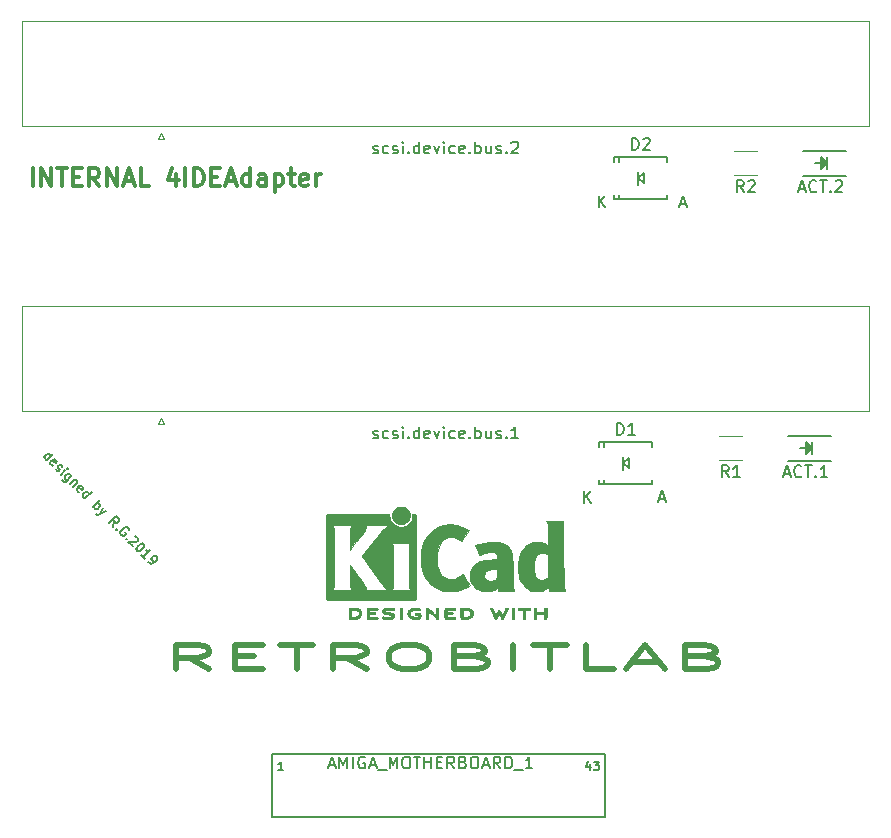
<source format=gto>
G04 #@! TF.FileFunction,Legend,Top*
%FSLAX46Y46*%
G04 Gerber Fmt 4.6, Leading zero omitted, Abs format (unit mm)*
G04 Created by KiCad (PCBNEW 4.0.2+dfsg1-stable) date Fri 01 Mar 2019 22:17:21 CET*
%MOMM*%
G01*
G04 APERTURE LIST*
%ADD10C,0.100000*%
%ADD11C,0.500000*%
%ADD12C,0.150000*%
%ADD13C,0.300000*%
%ADD14C,0.120000*%
%ADD15C,0.010000*%
G04 APERTURE END LIST*
D10*
D11*
X136210000Y-120284762D02*
X134543333Y-119332381D01*
X133352857Y-120284762D02*
X133352857Y-118284762D01*
X135257619Y-118284762D01*
X135733810Y-118380000D01*
X135971905Y-118475238D01*
X136210000Y-118665714D01*
X136210000Y-118951429D01*
X135971905Y-119141905D01*
X135733810Y-119237143D01*
X135257619Y-119332381D01*
X133352857Y-119332381D01*
X138352857Y-119237143D02*
X140019524Y-119237143D01*
X140733810Y-120284762D02*
X138352857Y-120284762D01*
X138352857Y-118284762D01*
X140733810Y-118284762D01*
X142162381Y-118284762D02*
X145019524Y-118284762D01*
X143590953Y-120284762D02*
X143590953Y-118284762D01*
X149543334Y-120284762D02*
X147876667Y-119332381D01*
X146686191Y-120284762D02*
X146686191Y-118284762D01*
X148590953Y-118284762D01*
X149067144Y-118380000D01*
X149305239Y-118475238D01*
X149543334Y-118665714D01*
X149543334Y-118951429D01*
X149305239Y-119141905D01*
X149067144Y-119237143D01*
X148590953Y-119332381D01*
X146686191Y-119332381D01*
X152638572Y-118284762D02*
X153590953Y-118284762D01*
X154067144Y-118380000D01*
X154543334Y-118570476D01*
X154781429Y-118951429D01*
X154781429Y-119618095D01*
X154543334Y-119999048D01*
X154067144Y-120189524D01*
X153590953Y-120284762D01*
X152638572Y-120284762D01*
X152162382Y-120189524D01*
X151686191Y-119999048D01*
X151448096Y-119618095D01*
X151448096Y-118951429D01*
X151686191Y-118570476D01*
X152162382Y-118380000D01*
X152638572Y-118284762D01*
X158590953Y-119237143D02*
X159305239Y-119332381D01*
X159543334Y-119427619D01*
X159781429Y-119618095D01*
X159781429Y-119903810D01*
X159543334Y-120094286D01*
X159305239Y-120189524D01*
X158829048Y-120284762D01*
X156924286Y-120284762D01*
X156924286Y-118284762D01*
X158590953Y-118284762D01*
X159067143Y-118380000D01*
X159305239Y-118475238D01*
X159543334Y-118665714D01*
X159543334Y-118856190D01*
X159305239Y-119046667D01*
X159067143Y-119141905D01*
X158590953Y-119237143D01*
X156924286Y-119237143D01*
X161924286Y-120284762D02*
X161924286Y-118284762D01*
X163590952Y-118284762D02*
X166448095Y-118284762D01*
X165019524Y-120284762D02*
X165019524Y-118284762D01*
X170495715Y-120284762D02*
X168114762Y-120284762D01*
X168114762Y-118284762D01*
X171924286Y-119713333D02*
X174305238Y-119713333D01*
X171448095Y-120284762D02*
X173114762Y-118284762D01*
X174781429Y-120284762D01*
X178114762Y-119237143D02*
X178829048Y-119332381D01*
X179067143Y-119427619D01*
X179305238Y-119618095D01*
X179305238Y-119903810D01*
X179067143Y-120094286D01*
X178829048Y-120189524D01*
X178352857Y-120284762D01*
X176448095Y-120284762D01*
X176448095Y-118284762D01*
X178114762Y-118284762D01*
X178590952Y-118380000D01*
X178829048Y-118475238D01*
X179067143Y-118665714D01*
X179067143Y-118856190D01*
X178829048Y-119046667D01*
X178590952Y-119141905D01*
X178114762Y-119237143D01*
X176448095Y-119237143D01*
D12*
X122434110Y-102625921D02*
X122999795Y-102060235D01*
X122461047Y-102598983D02*
X122380235Y-102572046D01*
X122272486Y-102464297D01*
X122245548Y-102383484D01*
X122245548Y-102329609D01*
X122272486Y-102248797D01*
X122434110Y-102087172D01*
X122514922Y-102060235D01*
X122568797Y-102060235D01*
X122649610Y-102087172D01*
X122757359Y-102194922D01*
X122784296Y-102275735D01*
X122945921Y-103083857D02*
X122865109Y-103056920D01*
X122757359Y-102949170D01*
X122730421Y-102868358D01*
X122757359Y-102787545D01*
X122972859Y-102572046D01*
X123053670Y-102545109D01*
X123134483Y-102572046D01*
X123242233Y-102679796D01*
X123269170Y-102760608D01*
X123242232Y-102841420D01*
X123188357Y-102895295D01*
X122865109Y-102679796D01*
X123188357Y-103326294D02*
X123215294Y-103407105D01*
X123323044Y-103514855D01*
X123403856Y-103541793D01*
X123484669Y-103514855D01*
X123511606Y-103487918D01*
X123538544Y-103407105D01*
X123511606Y-103326293D01*
X123430794Y-103245481D01*
X123403856Y-103164669D01*
X123430794Y-103083856D01*
X123457732Y-103056919D01*
X123538543Y-103029982D01*
X123619356Y-103056919D01*
X123700168Y-103137731D01*
X123727105Y-103218544D01*
X123646293Y-103838104D02*
X124023417Y-103460980D01*
X124211978Y-103272418D02*
X124158104Y-103272418D01*
X124158104Y-103326293D01*
X124211978Y-103326293D01*
X124211978Y-103272418D01*
X124158104Y-103326293D01*
X124535227Y-103972790D02*
X124077291Y-104430726D01*
X123996479Y-104457664D01*
X123942605Y-104457664D01*
X123861792Y-104430726D01*
X123780981Y-104349914D01*
X123754043Y-104269102D01*
X124185040Y-104322977D02*
X124104229Y-104296040D01*
X123996479Y-104188290D01*
X123969541Y-104107478D01*
X123969542Y-104053602D01*
X123996479Y-103972791D01*
X124158104Y-103811166D01*
X124238916Y-103784229D01*
X124292790Y-103784229D01*
X124373603Y-103811166D01*
X124481353Y-103918916D01*
X124508289Y-103999728D01*
X124804602Y-104242165D02*
X124427478Y-104619289D01*
X124750727Y-104296040D02*
X124804601Y-104296040D01*
X124885414Y-104322977D01*
X124966227Y-104403789D01*
X124993163Y-104484602D01*
X124966226Y-104565413D01*
X124669914Y-104861725D01*
X125181725Y-105319662D02*
X125100913Y-105292724D01*
X124993164Y-105184975D01*
X124966226Y-105104162D01*
X124993164Y-105023350D01*
X125208663Y-104807851D01*
X125289475Y-104780913D01*
X125370288Y-104807851D01*
X125478038Y-104915600D01*
X125504974Y-104996413D01*
X125478037Y-105077224D01*
X125424162Y-105131100D01*
X125100913Y-104915600D01*
X125666598Y-105858409D02*
X126232284Y-105292724D01*
X125693535Y-105831472D02*
X125612724Y-105804535D01*
X125504974Y-105696785D01*
X125478036Y-105615973D01*
X125478037Y-105562097D01*
X125504974Y-105481286D01*
X125666599Y-105319661D01*
X125747411Y-105292724D01*
X125801285Y-105292724D01*
X125882098Y-105319661D01*
X125989848Y-105427411D01*
X126016784Y-105508223D01*
X126366971Y-106558782D02*
X126932657Y-105993097D01*
X126717157Y-106208596D02*
X126797970Y-106235533D01*
X126905720Y-106343283D01*
X126932657Y-106424095D01*
X126932657Y-106477970D01*
X126905720Y-106558782D01*
X126744095Y-106720407D01*
X126663283Y-106747343D01*
X126609408Y-106747344D01*
X126528596Y-106720407D01*
X126420846Y-106612657D01*
X126393908Y-106531845D01*
X127202032Y-106639595D02*
X126959595Y-107151405D01*
X127471405Y-106908968D02*
X126959595Y-107151405D01*
X126771032Y-107232217D01*
X126717158Y-107232217D01*
X126636346Y-107205280D01*
X128064028Y-108255839D02*
X128144841Y-107797903D01*
X127740779Y-107932590D02*
X128306465Y-107366905D01*
X128521964Y-107582404D01*
X128548902Y-107663216D01*
X128548902Y-107717091D01*
X128521964Y-107797903D01*
X128441152Y-107878715D01*
X128360340Y-107905653D01*
X128306465Y-107905653D01*
X128225653Y-107878715D01*
X128010154Y-107663216D01*
X128360340Y-108444400D02*
X128360339Y-108498276D01*
X128306465Y-108498276D01*
X128306465Y-108444401D01*
X128360340Y-108444400D01*
X128306465Y-108498276D01*
X129410898Y-108525213D02*
X129383960Y-108444400D01*
X129303149Y-108363589D01*
X129195399Y-108309714D01*
X129087649Y-108309713D01*
X129006837Y-108336651D01*
X128872150Y-108417463D01*
X128791338Y-108498276D01*
X128710525Y-108632962D01*
X128683588Y-108713774D01*
X128683588Y-108821525D01*
X128737463Y-108929274D01*
X128791338Y-108983149D01*
X128899087Y-109037024D01*
X128952962Y-109037023D01*
X129141524Y-108848462D01*
X129033774Y-108740712D01*
X129195399Y-109279460D02*
X129195398Y-109333335D01*
X129141524Y-109333335D01*
X129141524Y-109279460D01*
X129195399Y-109279460D01*
X129141524Y-109333335D01*
X129895771Y-109063960D02*
X129949646Y-109063960D01*
X130030458Y-109090898D01*
X130165145Y-109225585D01*
X130192082Y-109306397D01*
X130192083Y-109360272D01*
X130165145Y-109441084D01*
X130111271Y-109494959D01*
X130003521Y-109548834D01*
X129357023Y-109548834D01*
X129707209Y-109899020D01*
X130623081Y-109683521D02*
X130676956Y-109737396D01*
X130703893Y-109818208D01*
X130703893Y-109872082D01*
X130676956Y-109952895D01*
X130596144Y-110087582D01*
X130461457Y-110222269D01*
X130326770Y-110303082D01*
X130245957Y-110330018D01*
X130192082Y-110330019D01*
X130111271Y-110303082D01*
X130057395Y-110249206D01*
X130030458Y-110168395D01*
X130030458Y-110114519D01*
X130057395Y-110033707D01*
X130138208Y-109899020D01*
X130272895Y-109764333D01*
X130407582Y-109683521D01*
X130488394Y-109656583D01*
X130542269Y-109656584D01*
X130623081Y-109683521D01*
X130784706Y-110976517D02*
X130461457Y-110653268D01*
X130623081Y-110814892D02*
X131188766Y-110249206D01*
X131054080Y-110276144D01*
X130946330Y-110276144D01*
X130865518Y-110249206D01*
X131054079Y-111245890D02*
X131161829Y-111353640D01*
X131242641Y-111380578D01*
X131296517Y-111380577D01*
X131431203Y-111353641D01*
X131565890Y-111272828D01*
X131781390Y-111057329D01*
X131808328Y-110976517D01*
X131808327Y-110922641D01*
X131781390Y-110841830D01*
X131673640Y-110734080D01*
X131592828Y-110707142D01*
X131538953Y-110707142D01*
X131458141Y-110734080D01*
X131323454Y-110868767D01*
X131296517Y-110949579D01*
X131296516Y-111003454D01*
X131323454Y-111084266D01*
X131431203Y-111192016D01*
X131512015Y-111218953D01*
X131565891Y-111218953D01*
X131646703Y-111192016D01*
D13*
X121242857Y-79418571D02*
X121242857Y-77918571D01*
X121957143Y-79418571D02*
X121957143Y-77918571D01*
X122814286Y-79418571D01*
X122814286Y-77918571D01*
X123314286Y-77918571D02*
X124171429Y-77918571D01*
X123742858Y-79418571D02*
X123742858Y-77918571D01*
X124671429Y-78632857D02*
X125171429Y-78632857D01*
X125385715Y-79418571D02*
X124671429Y-79418571D01*
X124671429Y-77918571D01*
X125385715Y-77918571D01*
X126885715Y-79418571D02*
X126385715Y-78704286D01*
X126028572Y-79418571D02*
X126028572Y-77918571D01*
X126600000Y-77918571D01*
X126742858Y-77990000D01*
X126814286Y-78061429D01*
X126885715Y-78204286D01*
X126885715Y-78418571D01*
X126814286Y-78561429D01*
X126742858Y-78632857D01*
X126600000Y-78704286D01*
X126028572Y-78704286D01*
X127528572Y-79418571D02*
X127528572Y-77918571D01*
X128385715Y-79418571D01*
X128385715Y-77918571D01*
X129028572Y-78990000D02*
X129742858Y-78990000D01*
X128885715Y-79418571D02*
X129385715Y-77918571D01*
X129885715Y-79418571D01*
X131100001Y-79418571D02*
X130385715Y-79418571D01*
X130385715Y-77918571D01*
X133385715Y-78418571D02*
X133385715Y-79418571D01*
X133028572Y-77847143D02*
X132671429Y-78918571D01*
X133600001Y-78918571D01*
X134171429Y-79418571D02*
X134171429Y-77918571D01*
X134885715Y-79418571D02*
X134885715Y-77918571D01*
X135242858Y-77918571D01*
X135457143Y-77990000D01*
X135600001Y-78132857D01*
X135671429Y-78275714D01*
X135742858Y-78561429D01*
X135742858Y-78775714D01*
X135671429Y-79061429D01*
X135600001Y-79204286D01*
X135457143Y-79347143D01*
X135242858Y-79418571D01*
X134885715Y-79418571D01*
X136385715Y-78632857D02*
X136885715Y-78632857D01*
X137100001Y-79418571D02*
X136385715Y-79418571D01*
X136385715Y-77918571D01*
X137100001Y-77918571D01*
X137671429Y-78990000D02*
X138385715Y-78990000D01*
X137528572Y-79418571D02*
X138028572Y-77918571D01*
X138528572Y-79418571D01*
X139671429Y-79418571D02*
X139671429Y-77918571D01*
X139671429Y-79347143D02*
X139528572Y-79418571D01*
X139242858Y-79418571D01*
X139100000Y-79347143D01*
X139028572Y-79275714D01*
X138957143Y-79132857D01*
X138957143Y-78704286D01*
X139028572Y-78561429D01*
X139100000Y-78490000D01*
X139242858Y-78418571D01*
X139528572Y-78418571D01*
X139671429Y-78490000D01*
X141028572Y-79418571D02*
X141028572Y-78632857D01*
X140957143Y-78490000D01*
X140814286Y-78418571D01*
X140528572Y-78418571D01*
X140385715Y-78490000D01*
X141028572Y-79347143D02*
X140885715Y-79418571D01*
X140528572Y-79418571D01*
X140385715Y-79347143D01*
X140314286Y-79204286D01*
X140314286Y-79061429D01*
X140385715Y-78918571D01*
X140528572Y-78847143D01*
X140885715Y-78847143D01*
X141028572Y-78775714D01*
X141742858Y-78418571D02*
X141742858Y-79918571D01*
X141742858Y-78490000D02*
X141885715Y-78418571D01*
X142171429Y-78418571D01*
X142314286Y-78490000D01*
X142385715Y-78561429D01*
X142457144Y-78704286D01*
X142457144Y-79132857D01*
X142385715Y-79275714D01*
X142314286Y-79347143D01*
X142171429Y-79418571D01*
X141885715Y-79418571D01*
X141742858Y-79347143D01*
X142885715Y-78418571D02*
X143457144Y-78418571D01*
X143100001Y-77918571D02*
X143100001Y-79204286D01*
X143171429Y-79347143D01*
X143314287Y-79418571D01*
X143457144Y-79418571D01*
X144528572Y-79347143D02*
X144385715Y-79418571D01*
X144100001Y-79418571D01*
X143957144Y-79347143D01*
X143885715Y-79204286D01*
X143885715Y-78632857D01*
X143957144Y-78490000D01*
X144100001Y-78418571D01*
X144385715Y-78418571D01*
X144528572Y-78490000D01*
X144600001Y-78632857D01*
X144600001Y-78775714D01*
X143885715Y-78918571D01*
X145242858Y-79418571D02*
X145242858Y-78418571D01*
X145242858Y-78704286D02*
X145314286Y-78561429D01*
X145385715Y-78490000D01*
X145528572Y-78418571D01*
X145671429Y-78418571D01*
D14*
X132334000Y-75438000D02*
X132080000Y-74930000D01*
X131826000Y-75438000D02*
X132334000Y-75438000D01*
X132080000Y-74930000D02*
X131826000Y-75438000D01*
X120340000Y-65410000D02*
X192080000Y-65410000D01*
X120340000Y-65410000D02*
X120340000Y-74290000D01*
X192080000Y-74290000D02*
X192080000Y-65410000D01*
X192080000Y-74290000D02*
X120340000Y-74290000D01*
D12*
X169672000Y-127508000D02*
X169672000Y-132842000D01*
X169672000Y-132842000D02*
X141478000Y-132842000D01*
X141478000Y-132842000D02*
X141478000Y-127508000D01*
X141478000Y-127508000D02*
X169672000Y-127508000D01*
X188840000Y-100550000D02*
X185240000Y-100550000D01*
X188840000Y-102650000D02*
X185240000Y-102650000D01*
X186790000Y-101900000D02*
X186790000Y-101300000D01*
X186790000Y-101300000D02*
X187090000Y-101600000D01*
X187090000Y-101600000D02*
X186890000Y-101800000D01*
X186890000Y-101800000D02*
X186890000Y-101550000D01*
X186890000Y-101550000D02*
X186940000Y-101600000D01*
X187190000Y-102100000D02*
X187190000Y-101100000D01*
X186690000Y-101600000D02*
X186190000Y-101600000D01*
X187190000Y-101600000D02*
X186690000Y-102100000D01*
X186690000Y-102100000D02*
X186690000Y-101100000D01*
X186690000Y-101100000D02*
X187190000Y-101600000D01*
X190110000Y-76420000D02*
X186510000Y-76420000D01*
X190110000Y-78520000D02*
X186510000Y-78520000D01*
X188060000Y-77770000D02*
X188060000Y-77170000D01*
X188060000Y-77170000D02*
X188360000Y-77470000D01*
X188360000Y-77470000D02*
X188160000Y-77670000D01*
X188160000Y-77670000D02*
X188160000Y-77420000D01*
X188160000Y-77420000D02*
X188210000Y-77470000D01*
X188460000Y-77970000D02*
X188460000Y-76970000D01*
X187960000Y-77470000D02*
X187460000Y-77470000D01*
X188460000Y-77470000D02*
X187960000Y-77970000D01*
X187960000Y-77970000D02*
X187960000Y-76970000D01*
X187960000Y-76970000D02*
X188460000Y-77470000D01*
D10*
X179340000Y-100600000D02*
X181340000Y-100600000D01*
X181340000Y-102600000D02*
X179340000Y-102600000D01*
X180610000Y-76470000D02*
X182610000Y-76470000D01*
X182610000Y-78470000D02*
X180610000Y-78470000D01*
D14*
X132334000Y-99568000D02*
X132080000Y-99060000D01*
X131826000Y-99568000D02*
X132334000Y-99568000D01*
X132080000Y-99060000D02*
X131826000Y-99568000D01*
X120340000Y-89540000D02*
X192080000Y-89540000D01*
X120340000Y-89540000D02*
X120340000Y-98420000D01*
X192080000Y-98420000D02*
X192080000Y-89540000D01*
X192080000Y-98420000D02*
X120340000Y-98420000D01*
D12*
X172470000Y-78740000D02*
X173020000Y-78290000D01*
X173020000Y-78290000D02*
X173020000Y-79190000D01*
X173020000Y-79190000D02*
X172470000Y-78740000D01*
X172470000Y-78190000D02*
X172470000Y-79290000D01*
X170920860Y-80490060D02*
X170920860Y-80139540D01*
X170920860Y-76989940D02*
X170920860Y-77340460D01*
X174970440Y-80490060D02*
X174970440Y-80139540D01*
X170469560Y-80490060D02*
X170469560Y-80139540D01*
X170469560Y-76989940D02*
X170469560Y-77340460D01*
X174970440Y-76989940D02*
X174970440Y-77340460D01*
X170469560Y-80490060D02*
X174970440Y-80490060D01*
X170469560Y-76989940D02*
X174970440Y-76989940D01*
X171200000Y-102870000D02*
X171750000Y-102420000D01*
X171750000Y-102420000D02*
X171750000Y-103320000D01*
X171750000Y-103320000D02*
X171200000Y-102870000D01*
X171200000Y-102320000D02*
X171200000Y-103420000D01*
X169650860Y-104620060D02*
X169650860Y-104269540D01*
X169650860Y-101119940D02*
X169650860Y-101470460D01*
X173700440Y-104620060D02*
X173700440Y-104269540D01*
X169199560Y-104620060D02*
X169199560Y-104269540D01*
X169199560Y-101119940D02*
X169199560Y-101470460D01*
X173700440Y-101119940D02*
X173700440Y-101470460D01*
X169199560Y-104620060D02*
X173700440Y-104620060D01*
X169199560Y-101119940D02*
X173700440Y-101119940D01*
D15*
G36*
X148339911Y-107151660D02*
X148689460Y-107151707D01*
X148852170Y-107151714D01*
X151456571Y-107151715D01*
X151456571Y-107305238D01*
X151472957Y-107492063D01*
X151522412Y-107664367D01*
X151605380Y-107823175D01*
X151722305Y-107969510D01*
X151761864Y-108009032D01*
X151904170Y-108121138D01*
X152061078Y-108202899D01*
X152227928Y-108254353D01*
X152400061Y-108275537D01*
X152572815Y-108266487D01*
X152741530Y-108227242D01*
X152901546Y-108157838D01*
X153048202Y-108058311D01*
X153114068Y-107998265D01*
X153236808Y-107851043D01*
X153326812Y-107689147D01*
X153383294Y-107514427D01*
X153405471Y-107328735D01*
X153405766Y-107310467D01*
X153406928Y-107151720D01*
X153476700Y-107151717D01*
X153538595Y-107160118D01*
X153595135Y-107180556D01*
X153598872Y-107182667D01*
X153611642Y-107189293D01*
X153623368Y-107194454D01*
X153634094Y-107199651D01*
X153643861Y-107206390D01*
X153652712Y-107216171D01*
X153660689Y-107230500D01*
X153667835Y-107250878D01*
X153674192Y-107278808D01*
X153679802Y-107315795D01*
X153684707Y-107363340D01*
X153688951Y-107422947D01*
X153692576Y-107496119D01*
X153695623Y-107584359D01*
X153698136Y-107689170D01*
X153700156Y-107812055D01*
X153701726Y-107954517D01*
X153702888Y-108118060D01*
X153703686Y-108304186D01*
X153704160Y-108514398D01*
X153704354Y-108750200D01*
X153704310Y-109013094D01*
X153704070Y-109304584D01*
X153703677Y-109626172D01*
X153703173Y-109979362D01*
X153702600Y-110365657D01*
X153702001Y-110786560D01*
X153701932Y-110837840D01*
X153701395Y-111261426D01*
X153700939Y-111650230D01*
X153700516Y-112005753D01*
X153700079Y-112329498D01*
X153699578Y-112622966D01*
X153698965Y-112887661D01*
X153698192Y-113125085D01*
X153697211Y-113336740D01*
X153695974Y-113524129D01*
X153694432Y-113688754D01*
X153692537Y-113832117D01*
X153690241Y-113955720D01*
X153687496Y-114061067D01*
X153684253Y-114149659D01*
X153680464Y-114223000D01*
X153676081Y-114282590D01*
X153671055Y-114329933D01*
X153665339Y-114366531D01*
X153658884Y-114393886D01*
X153651641Y-114413502D01*
X153643563Y-114426879D01*
X153634602Y-114435521D01*
X153624708Y-114440930D01*
X153613835Y-114444608D01*
X153601933Y-114448058D01*
X153588954Y-114452782D01*
X153585783Y-114454220D01*
X153575819Y-114457451D01*
X153559141Y-114460420D01*
X153534293Y-114463137D01*
X153499820Y-114465613D01*
X153454264Y-114467858D01*
X153396170Y-114469883D01*
X153324081Y-114471698D01*
X153236542Y-114473315D01*
X153132095Y-114474743D01*
X153009285Y-114475993D01*
X152866655Y-114477076D01*
X152702749Y-114478002D01*
X152516110Y-114478782D01*
X152305284Y-114479426D01*
X152068812Y-114479946D01*
X151805239Y-114480351D01*
X151513110Y-114480652D01*
X151190966Y-114480860D01*
X150837353Y-114480985D01*
X150450814Y-114481038D01*
X150029892Y-114481029D01*
X149893544Y-114481016D01*
X149463284Y-114480947D01*
X149067836Y-114480834D01*
X148705727Y-114480665D01*
X148375483Y-114480430D01*
X148075629Y-114480116D01*
X147804692Y-114479713D01*
X147561200Y-114479207D01*
X147343677Y-114478589D01*
X147150650Y-114477846D01*
X146980646Y-114476968D01*
X146832190Y-114475941D01*
X146703810Y-114474756D01*
X146594031Y-114473400D01*
X146501380Y-114471862D01*
X146424383Y-114470130D01*
X146361566Y-114468194D01*
X146311456Y-114466040D01*
X146272579Y-114463659D01*
X146243462Y-114461037D01*
X146222629Y-114458165D01*
X146208609Y-114455030D01*
X146200966Y-114452159D01*
X146187382Y-114446430D01*
X146174910Y-114442206D01*
X146163502Y-114437985D01*
X146153111Y-114432268D01*
X146143691Y-114423555D01*
X146135192Y-114410345D01*
X146127570Y-114391137D01*
X146120775Y-114364433D01*
X146114762Y-114328730D01*
X146109483Y-114282530D01*
X146104890Y-114224332D01*
X146100936Y-114152635D01*
X146097575Y-114065940D01*
X146094759Y-113962746D01*
X146092440Y-113841553D01*
X146090572Y-113700860D01*
X146090084Y-113646857D01*
X146574296Y-113646857D01*
X148285744Y-113646857D01*
X148252813Y-113596964D01*
X148220053Y-113545693D01*
X148192311Y-113496869D01*
X148169193Y-113447076D01*
X148150303Y-113392898D01*
X148135249Y-113330916D01*
X148123633Y-113257715D01*
X148115064Y-113169878D01*
X148109144Y-113063988D01*
X148105481Y-112936628D01*
X148103679Y-112784381D01*
X148103344Y-112603832D01*
X148104081Y-112391562D01*
X148104499Y-112312755D01*
X148109214Y-111467911D01*
X148644428Y-112196557D01*
X148796054Y-112403265D01*
X148927419Y-112583260D01*
X149039943Y-112738925D01*
X149135043Y-112872647D01*
X149214138Y-112986809D01*
X149278647Y-113083797D01*
X149329988Y-113165994D01*
X149369580Y-113235786D01*
X149398840Y-113295558D01*
X149419188Y-113347693D01*
X149432042Y-113394576D01*
X149438819Y-113438593D01*
X149440940Y-113482127D01*
X149439821Y-113527564D01*
X149439536Y-113533275D01*
X149433643Y-113646933D01*
X151309229Y-113646857D01*
X151169722Y-113506189D01*
X151131865Y-113467715D01*
X151095953Y-113430279D01*
X151060407Y-113391814D01*
X151023653Y-113350258D01*
X150984114Y-113303545D01*
X150940214Y-113249610D01*
X150890377Y-113186390D01*
X150833028Y-113111818D01*
X150766589Y-113023832D01*
X150689485Y-112920365D01*
X150600139Y-112799354D01*
X150496976Y-112658734D01*
X150378420Y-112496440D01*
X150242895Y-112310407D01*
X150088823Y-112098571D01*
X149962538Y-111924804D01*
X149804046Y-111706501D01*
X149665784Y-111515629D01*
X149546501Y-111350374D01*
X149444943Y-111208926D01*
X149359859Y-111089471D01*
X149289995Y-110990198D01*
X149234100Y-110909295D01*
X149190920Y-110844949D01*
X149159203Y-110795347D01*
X149137698Y-110758679D01*
X149125150Y-110733132D01*
X149120308Y-110716893D01*
X149121763Y-110708355D01*
X149139401Y-110685635D01*
X149177534Y-110637543D01*
X149233862Y-110566938D01*
X149306084Y-110476678D01*
X149391899Y-110369621D01*
X149489006Y-110248627D01*
X149595104Y-110116554D01*
X149707891Y-109976260D01*
X149825068Y-109830603D01*
X149944333Y-109682444D01*
X150009933Y-109601000D01*
X151638686Y-109601000D01*
X151706379Y-109723465D01*
X151774071Y-109845929D01*
X151774071Y-113401929D01*
X151706379Y-113524393D01*
X151638686Y-113646857D01*
X152439441Y-113646857D01*
X152630602Y-113646802D01*
X152788499Y-113646551D01*
X152916152Y-113645979D01*
X153016581Y-113644959D01*
X153092807Y-113643365D01*
X153147852Y-113641070D01*
X153184736Y-113637950D01*
X153206479Y-113633877D01*
X153216102Y-113628725D01*
X153216627Y-113622367D01*
X153211074Y-113614679D01*
X153211016Y-113614615D01*
X153188140Y-113581524D01*
X153157849Y-113527719D01*
X153131097Y-113474008D01*
X153080357Y-113365643D01*
X153075182Y-111483322D01*
X153070007Y-109601000D01*
X151638686Y-109601000D01*
X150009933Y-109601000D01*
X150063385Y-109534639D01*
X150179923Y-109390047D01*
X150291646Y-109251528D01*
X150396254Y-109121939D01*
X150491444Y-109004140D01*
X150574917Y-108900988D01*
X150644371Y-108815343D01*
X150697506Y-108750062D01*
X150728715Y-108712000D01*
X150849903Y-108569670D01*
X150966493Y-108441230D01*
X151074397Y-108330886D01*
X151169530Y-108242841D01*
X151237043Y-108188862D01*
X151316873Y-108131429D01*
X149480892Y-108131429D01*
X149481408Y-108239165D01*
X149476276Y-108318372D01*
X149456985Y-108391805D01*
X149427123Y-108461415D01*
X149407712Y-108500741D01*
X149386841Y-108539707D01*
X149362604Y-108580901D01*
X149333094Y-108626908D01*
X149296406Y-108680317D01*
X149250632Y-108743714D01*
X149193865Y-108819685D01*
X149124200Y-108910817D01*
X149039730Y-109019698D01*
X148938547Y-109148914D01*
X148818747Y-109301052D01*
X148678421Y-109478698D01*
X148662571Y-109498742D01*
X148109214Y-110198508D01*
X148103857Y-109423504D01*
X148102779Y-109191368D01*
X148103008Y-108994846D01*
X148104557Y-108833292D01*
X148107437Y-108706056D01*
X148111659Y-108612492D01*
X148117234Y-108551952D01*
X148119107Y-108540468D01*
X148148505Y-108419499D01*
X148187022Y-108310446D01*
X148230974Y-108222763D01*
X148257379Y-108185574D01*
X148302940Y-108131429D01*
X147438470Y-108131429D01*
X147232255Y-108131605D01*
X147059812Y-108132179D01*
X146918627Y-108133217D01*
X146806188Y-108134787D01*
X146719983Y-108136954D01*
X146657498Y-108139788D01*
X146616221Y-108143353D01*
X146593640Y-108147718D01*
X146587241Y-108152949D01*
X146587683Y-108154107D01*
X146606009Y-108181769D01*
X146636604Y-108225615D01*
X146652433Y-108247791D01*
X146668798Y-108269920D01*
X146683508Y-108289709D01*
X146696656Y-108309106D01*
X146708333Y-108330058D01*
X146718632Y-108354512D01*
X146727646Y-108384416D01*
X146735468Y-108421717D01*
X146742191Y-108468363D01*
X146747906Y-108526301D01*
X146752707Y-108597479D01*
X146756685Y-108683844D01*
X146759935Y-108787344D01*
X146762548Y-108909925D01*
X146764617Y-109053537D01*
X146766234Y-109220125D01*
X146767493Y-109411637D01*
X146768485Y-109630022D01*
X146769304Y-109877226D01*
X146770042Y-110155196D01*
X146770791Y-110465881D01*
X146771492Y-110751300D01*
X146772153Y-111069492D01*
X146772497Y-111373077D01*
X146772532Y-111660115D01*
X146772268Y-111928669D01*
X146771715Y-112176798D01*
X146770880Y-112402563D01*
X146769773Y-112604026D01*
X146768404Y-112779246D01*
X146766781Y-112926286D01*
X146764913Y-113043206D01*
X146762811Y-113128067D01*
X146760482Y-113178929D01*
X146760041Y-113184304D01*
X146743992Y-113307613D01*
X146718936Y-113406644D01*
X146680779Y-113493070D01*
X146625428Y-113578565D01*
X146618504Y-113587893D01*
X146574296Y-113646857D01*
X146090084Y-113646857D01*
X146089108Y-113539168D01*
X146087999Y-113354976D01*
X146087199Y-113146784D01*
X146086661Y-112913091D01*
X146086338Y-112652398D01*
X146086183Y-112363204D01*
X146086146Y-112044009D01*
X146086183Y-111693313D01*
X146086245Y-111309614D01*
X146086285Y-110891414D01*
X146086286Y-110808393D01*
X146086309Y-110385789D01*
X146086388Y-109997981D01*
X146086533Y-109643480D01*
X146086756Y-109320797D01*
X146087069Y-109028442D01*
X146087483Y-108764927D01*
X146088009Y-108528762D01*
X146088660Y-108318458D01*
X146089447Y-108132526D01*
X146090381Y-107969475D01*
X146091474Y-107827818D01*
X146092737Y-107706064D01*
X146094183Y-107602725D01*
X146095821Y-107516311D01*
X146097666Y-107445333D01*
X146099726Y-107388301D01*
X146102015Y-107343727D01*
X146104544Y-107310121D01*
X146107324Y-107285993D01*
X146110367Y-107269856D01*
X146113684Y-107260218D01*
X146113807Y-107259978D01*
X146120640Y-107245255D01*
X146126330Y-107231926D01*
X146132626Y-107219922D01*
X146141272Y-107209173D01*
X146154014Y-107199611D01*
X146172600Y-107191167D01*
X146198774Y-107183771D01*
X146234284Y-107177354D01*
X146280875Y-107171848D01*
X146340293Y-107167183D01*
X146414285Y-107163291D01*
X146504597Y-107160102D01*
X146612975Y-107157547D01*
X146741165Y-107155558D01*
X146890913Y-107154065D01*
X147063966Y-107152998D01*
X147262069Y-107152291D01*
X147486969Y-107151872D01*
X147740412Y-107151673D01*
X148024144Y-107151626D01*
X148339911Y-107151660D01*
X148339911Y-107151660D01*
G37*
X148339911Y-107151660D02*
X148689460Y-107151707D01*
X148852170Y-107151714D01*
X151456571Y-107151715D01*
X151456571Y-107305238D01*
X151472957Y-107492063D01*
X151522412Y-107664367D01*
X151605380Y-107823175D01*
X151722305Y-107969510D01*
X151761864Y-108009032D01*
X151904170Y-108121138D01*
X152061078Y-108202899D01*
X152227928Y-108254353D01*
X152400061Y-108275537D01*
X152572815Y-108266487D01*
X152741530Y-108227242D01*
X152901546Y-108157838D01*
X153048202Y-108058311D01*
X153114068Y-107998265D01*
X153236808Y-107851043D01*
X153326812Y-107689147D01*
X153383294Y-107514427D01*
X153405471Y-107328735D01*
X153405766Y-107310467D01*
X153406928Y-107151720D01*
X153476700Y-107151717D01*
X153538595Y-107160118D01*
X153595135Y-107180556D01*
X153598872Y-107182667D01*
X153611642Y-107189293D01*
X153623368Y-107194454D01*
X153634094Y-107199651D01*
X153643861Y-107206390D01*
X153652712Y-107216171D01*
X153660689Y-107230500D01*
X153667835Y-107250878D01*
X153674192Y-107278808D01*
X153679802Y-107315795D01*
X153684707Y-107363340D01*
X153688951Y-107422947D01*
X153692576Y-107496119D01*
X153695623Y-107584359D01*
X153698136Y-107689170D01*
X153700156Y-107812055D01*
X153701726Y-107954517D01*
X153702888Y-108118060D01*
X153703686Y-108304186D01*
X153704160Y-108514398D01*
X153704354Y-108750200D01*
X153704310Y-109013094D01*
X153704070Y-109304584D01*
X153703677Y-109626172D01*
X153703173Y-109979362D01*
X153702600Y-110365657D01*
X153702001Y-110786560D01*
X153701932Y-110837840D01*
X153701395Y-111261426D01*
X153700939Y-111650230D01*
X153700516Y-112005753D01*
X153700079Y-112329498D01*
X153699578Y-112622966D01*
X153698965Y-112887661D01*
X153698192Y-113125085D01*
X153697211Y-113336740D01*
X153695974Y-113524129D01*
X153694432Y-113688754D01*
X153692537Y-113832117D01*
X153690241Y-113955720D01*
X153687496Y-114061067D01*
X153684253Y-114149659D01*
X153680464Y-114223000D01*
X153676081Y-114282590D01*
X153671055Y-114329933D01*
X153665339Y-114366531D01*
X153658884Y-114393886D01*
X153651641Y-114413502D01*
X153643563Y-114426879D01*
X153634602Y-114435521D01*
X153624708Y-114440930D01*
X153613835Y-114444608D01*
X153601933Y-114448058D01*
X153588954Y-114452782D01*
X153585783Y-114454220D01*
X153575819Y-114457451D01*
X153559141Y-114460420D01*
X153534293Y-114463137D01*
X153499820Y-114465613D01*
X153454264Y-114467858D01*
X153396170Y-114469883D01*
X153324081Y-114471698D01*
X153236542Y-114473315D01*
X153132095Y-114474743D01*
X153009285Y-114475993D01*
X152866655Y-114477076D01*
X152702749Y-114478002D01*
X152516110Y-114478782D01*
X152305284Y-114479426D01*
X152068812Y-114479946D01*
X151805239Y-114480351D01*
X151513110Y-114480652D01*
X151190966Y-114480860D01*
X150837353Y-114480985D01*
X150450814Y-114481038D01*
X150029892Y-114481029D01*
X149893544Y-114481016D01*
X149463284Y-114480947D01*
X149067836Y-114480834D01*
X148705727Y-114480665D01*
X148375483Y-114480430D01*
X148075629Y-114480116D01*
X147804692Y-114479713D01*
X147561200Y-114479207D01*
X147343677Y-114478589D01*
X147150650Y-114477846D01*
X146980646Y-114476968D01*
X146832190Y-114475941D01*
X146703810Y-114474756D01*
X146594031Y-114473400D01*
X146501380Y-114471862D01*
X146424383Y-114470130D01*
X146361566Y-114468194D01*
X146311456Y-114466040D01*
X146272579Y-114463659D01*
X146243462Y-114461037D01*
X146222629Y-114458165D01*
X146208609Y-114455030D01*
X146200966Y-114452159D01*
X146187382Y-114446430D01*
X146174910Y-114442206D01*
X146163502Y-114437985D01*
X146153111Y-114432268D01*
X146143691Y-114423555D01*
X146135192Y-114410345D01*
X146127570Y-114391137D01*
X146120775Y-114364433D01*
X146114762Y-114328730D01*
X146109483Y-114282530D01*
X146104890Y-114224332D01*
X146100936Y-114152635D01*
X146097575Y-114065940D01*
X146094759Y-113962746D01*
X146092440Y-113841553D01*
X146090572Y-113700860D01*
X146090084Y-113646857D01*
X146574296Y-113646857D01*
X148285744Y-113646857D01*
X148252813Y-113596964D01*
X148220053Y-113545693D01*
X148192311Y-113496869D01*
X148169193Y-113447076D01*
X148150303Y-113392898D01*
X148135249Y-113330916D01*
X148123633Y-113257715D01*
X148115064Y-113169878D01*
X148109144Y-113063988D01*
X148105481Y-112936628D01*
X148103679Y-112784381D01*
X148103344Y-112603832D01*
X148104081Y-112391562D01*
X148104499Y-112312755D01*
X148109214Y-111467911D01*
X148644428Y-112196557D01*
X148796054Y-112403265D01*
X148927419Y-112583260D01*
X149039943Y-112738925D01*
X149135043Y-112872647D01*
X149214138Y-112986809D01*
X149278647Y-113083797D01*
X149329988Y-113165994D01*
X149369580Y-113235786D01*
X149398840Y-113295558D01*
X149419188Y-113347693D01*
X149432042Y-113394576D01*
X149438819Y-113438593D01*
X149440940Y-113482127D01*
X149439821Y-113527564D01*
X149439536Y-113533275D01*
X149433643Y-113646933D01*
X151309229Y-113646857D01*
X151169722Y-113506189D01*
X151131865Y-113467715D01*
X151095953Y-113430279D01*
X151060407Y-113391814D01*
X151023653Y-113350258D01*
X150984114Y-113303545D01*
X150940214Y-113249610D01*
X150890377Y-113186390D01*
X150833028Y-113111818D01*
X150766589Y-113023832D01*
X150689485Y-112920365D01*
X150600139Y-112799354D01*
X150496976Y-112658734D01*
X150378420Y-112496440D01*
X150242895Y-112310407D01*
X150088823Y-112098571D01*
X149962538Y-111924804D01*
X149804046Y-111706501D01*
X149665784Y-111515629D01*
X149546501Y-111350374D01*
X149444943Y-111208926D01*
X149359859Y-111089471D01*
X149289995Y-110990198D01*
X149234100Y-110909295D01*
X149190920Y-110844949D01*
X149159203Y-110795347D01*
X149137698Y-110758679D01*
X149125150Y-110733132D01*
X149120308Y-110716893D01*
X149121763Y-110708355D01*
X149139401Y-110685635D01*
X149177534Y-110637543D01*
X149233862Y-110566938D01*
X149306084Y-110476678D01*
X149391899Y-110369621D01*
X149489006Y-110248627D01*
X149595104Y-110116554D01*
X149707891Y-109976260D01*
X149825068Y-109830603D01*
X149944333Y-109682444D01*
X150009933Y-109601000D01*
X151638686Y-109601000D01*
X151706379Y-109723465D01*
X151774071Y-109845929D01*
X151774071Y-113401929D01*
X151706379Y-113524393D01*
X151638686Y-113646857D01*
X152439441Y-113646857D01*
X152630602Y-113646802D01*
X152788499Y-113646551D01*
X152916152Y-113645979D01*
X153016581Y-113644959D01*
X153092807Y-113643365D01*
X153147852Y-113641070D01*
X153184736Y-113637950D01*
X153206479Y-113633877D01*
X153216102Y-113628725D01*
X153216627Y-113622367D01*
X153211074Y-113614679D01*
X153211016Y-113614615D01*
X153188140Y-113581524D01*
X153157849Y-113527719D01*
X153131097Y-113474008D01*
X153080357Y-113365643D01*
X153075182Y-111483322D01*
X153070007Y-109601000D01*
X151638686Y-109601000D01*
X150009933Y-109601000D01*
X150063385Y-109534639D01*
X150179923Y-109390047D01*
X150291646Y-109251528D01*
X150396254Y-109121939D01*
X150491444Y-109004140D01*
X150574917Y-108900988D01*
X150644371Y-108815343D01*
X150697506Y-108750062D01*
X150728715Y-108712000D01*
X150849903Y-108569670D01*
X150966493Y-108441230D01*
X151074397Y-108330886D01*
X151169530Y-108242841D01*
X151237043Y-108188862D01*
X151316873Y-108131429D01*
X149480892Y-108131429D01*
X149481408Y-108239165D01*
X149476276Y-108318372D01*
X149456985Y-108391805D01*
X149427123Y-108461415D01*
X149407712Y-108500741D01*
X149386841Y-108539707D01*
X149362604Y-108580901D01*
X149333094Y-108626908D01*
X149296406Y-108680317D01*
X149250632Y-108743714D01*
X149193865Y-108819685D01*
X149124200Y-108910817D01*
X149039730Y-109019698D01*
X148938547Y-109148914D01*
X148818747Y-109301052D01*
X148678421Y-109478698D01*
X148662571Y-109498742D01*
X148109214Y-110198508D01*
X148103857Y-109423504D01*
X148102779Y-109191368D01*
X148103008Y-108994846D01*
X148104557Y-108833292D01*
X148107437Y-108706056D01*
X148111659Y-108612492D01*
X148117234Y-108551952D01*
X148119107Y-108540468D01*
X148148505Y-108419499D01*
X148187022Y-108310446D01*
X148230974Y-108222763D01*
X148257379Y-108185574D01*
X148302940Y-108131429D01*
X147438470Y-108131429D01*
X147232255Y-108131605D01*
X147059812Y-108132179D01*
X146918627Y-108133217D01*
X146806188Y-108134787D01*
X146719983Y-108136954D01*
X146657498Y-108139788D01*
X146616221Y-108143353D01*
X146593640Y-108147718D01*
X146587241Y-108152949D01*
X146587683Y-108154107D01*
X146606009Y-108181769D01*
X146636604Y-108225615D01*
X146652433Y-108247791D01*
X146668798Y-108269920D01*
X146683508Y-108289709D01*
X146696656Y-108309106D01*
X146708333Y-108330058D01*
X146718632Y-108354512D01*
X146727646Y-108384416D01*
X146735468Y-108421717D01*
X146742191Y-108468363D01*
X146747906Y-108526301D01*
X146752707Y-108597479D01*
X146756685Y-108683844D01*
X146759935Y-108787344D01*
X146762548Y-108909925D01*
X146764617Y-109053537D01*
X146766234Y-109220125D01*
X146767493Y-109411637D01*
X146768485Y-109630022D01*
X146769304Y-109877226D01*
X146770042Y-110155196D01*
X146770791Y-110465881D01*
X146771492Y-110751300D01*
X146772153Y-111069492D01*
X146772497Y-111373077D01*
X146772532Y-111660115D01*
X146772268Y-111928669D01*
X146771715Y-112176798D01*
X146770880Y-112402563D01*
X146769773Y-112604026D01*
X146768404Y-112779246D01*
X146766781Y-112926286D01*
X146764913Y-113043206D01*
X146762811Y-113128067D01*
X146760482Y-113178929D01*
X146760041Y-113184304D01*
X146743992Y-113307613D01*
X146718936Y-113406644D01*
X146680779Y-113493070D01*
X146625428Y-113578565D01*
X146618504Y-113587893D01*
X146574296Y-113646857D01*
X146090084Y-113646857D01*
X146089108Y-113539168D01*
X146087999Y-113354976D01*
X146087199Y-113146784D01*
X146086661Y-112913091D01*
X146086338Y-112652398D01*
X146086183Y-112363204D01*
X146086146Y-112044009D01*
X146086183Y-111693313D01*
X146086245Y-111309614D01*
X146086285Y-110891414D01*
X146086286Y-110808393D01*
X146086309Y-110385789D01*
X146086388Y-109997981D01*
X146086533Y-109643480D01*
X146086756Y-109320797D01*
X146087069Y-109028442D01*
X146087483Y-108764927D01*
X146088009Y-108528762D01*
X146088660Y-108318458D01*
X146089447Y-108132526D01*
X146090381Y-107969475D01*
X146091474Y-107827818D01*
X146092737Y-107706064D01*
X146094183Y-107602725D01*
X146095821Y-107516311D01*
X146097666Y-107445333D01*
X146099726Y-107388301D01*
X146102015Y-107343727D01*
X146104544Y-107310121D01*
X146107324Y-107285993D01*
X146110367Y-107269856D01*
X146113684Y-107260218D01*
X146113807Y-107259978D01*
X146120640Y-107245255D01*
X146126330Y-107231926D01*
X146132626Y-107219922D01*
X146141272Y-107209173D01*
X146154014Y-107199611D01*
X146172600Y-107191167D01*
X146198774Y-107183771D01*
X146234284Y-107177354D01*
X146280875Y-107171848D01*
X146340293Y-107167183D01*
X146414285Y-107163291D01*
X146504597Y-107160102D01*
X146612975Y-107157547D01*
X146741165Y-107155558D01*
X146890913Y-107154065D01*
X147063966Y-107152998D01*
X147262069Y-107152291D01*
X147486969Y-107151872D01*
X147740412Y-107151673D01*
X148024144Y-107151626D01*
X148339911Y-107151660D01*
G36*
X156791378Y-108059231D02*
X156987019Y-108080649D01*
X157176562Y-108118985D01*
X157367717Y-108176238D01*
X157568196Y-108254409D01*
X157785708Y-108355496D01*
X157824880Y-108375076D01*
X157914772Y-108419362D01*
X157999553Y-108459239D01*
X158070855Y-108490898D01*
X158120310Y-108510532D01*
X158127908Y-108513004D01*
X158200714Y-108534817D01*
X157874803Y-109008944D01*
X157795123Y-109124823D01*
X157722272Y-109230694D01*
X157658730Y-109322962D01*
X157606972Y-109398033D01*
X157569477Y-109452313D01*
X157548723Y-109482207D01*
X157545351Y-109486941D01*
X157531655Y-109477042D01*
X157497943Y-109447285D01*
X157450244Y-109403073D01*
X157423920Y-109378084D01*
X157274772Y-109259456D01*
X157107268Y-109169313D01*
X156962928Y-109119936D01*
X156876283Y-109104429D01*
X156767796Y-109094979D01*
X156650227Y-109091761D01*
X156536334Y-109094951D01*
X156438879Y-109104724D01*
X156399990Y-109112209D01*
X156224712Y-109172512D01*
X156066765Y-109264590D01*
X155926268Y-109388273D01*
X155803335Y-109543393D01*
X155698085Y-109729781D01*
X155610635Y-109947270D01*
X155541100Y-110195692D01*
X155499775Y-110408357D01*
X155488994Y-110502241D01*
X155481648Y-110623524D01*
X155477667Y-110763493D01*
X155476979Y-110913431D01*
X155479514Y-111064622D01*
X155485200Y-111208351D01*
X155493967Y-111335903D01*
X155505744Y-111438562D01*
X155508293Y-111454401D01*
X155564481Y-111709536D01*
X155641036Y-111935342D01*
X155738426Y-112132831D01*
X155857114Y-112303014D01*
X155941363Y-112395022D01*
X156092770Y-112519943D01*
X156258817Y-112612540D01*
X156436701Y-112672309D01*
X156623622Y-112698746D01*
X156816778Y-112691348D01*
X157013369Y-112649611D01*
X157129597Y-112608771D01*
X157290438Y-112526990D01*
X157456213Y-112409678D01*
X157549073Y-112330345D01*
X157601214Y-112284429D01*
X157642180Y-112250742D01*
X157665498Y-112234510D01*
X157668393Y-112234015D01*
X157678800Y-112250601D01*
X157705767Y-112294432D01*
X157746996Y-112361748D01*
X157800189Y-112448794D01*
X157863050Y-112551810D01*
X157933281Y-112667041D01*
X157972372Y-112731231D01*
X158270964Y-113221677D01*
X157898161Y-113405915D01*
X157763369Y-113472093D01*
X157654175Y-113524278D01*
X157563907Y-113565060D01*
X157485888Y-113597033D01*
X157413444Y-113622787D01*
X157339901Y-113644914D01*
X157258584Y-113666007D01*
X157180643Y-113684530D01*
X157111366Y-113698863D01*
X157038917Y-113709694D01*
X156956042Y-113717626D01*
X156855488Y-113723258D01*
X156730003Y-113727192D01*
X156645428Y-113728891D01*
X156524754Y-113730050D01*
X156409042Y-113729465D01*
X156305951Y-113727304D01*
X156223138Y-113723732D01*
X156168260Y-113718917D01*
X156165008Y-113718437D01*
X155880043Y-113656786D01*
X155612442Y-113563285D01*
X155362297Y-113437993D01*
X155129704Y-113280974D01*
X154914757Y-113092289D01*
X154717550Y-112872000D01*
X154574727Y-112676214D01*
X154422680Y-112419949D01*
X154299773Y-112149317D01*
X154205410Y-111862149D01*
X154138999Y-111556276D01*
X154099944Y-111229528D01*
X154087640Y-110897739D01*
X154097759Y-110576779D01*
X154129561Y-110280646D01*
X154184054Y-110004345D01*
X154262250Y-109742881D01*
X154365159Y-109491258D01*
X154377447Y-109465190D01*
X154512820Y-109221507D01*
X154679089Y-108989618D01*
X154871541Y-108774323D01*
X155085466Y-108580422D01*
X155316155Y-108412715D01*
X155531109Y-108289696D01*
X155748258Y-108193345D01*
X155965868Y-108123551D01*
X156192362Y-108078413D01*
X156436166Y-108056031D01*
X156581928Y-108052731D01*
X156791378Y-108059231D01*
X156791378Y-108059231D01*
G37*
X156791378Y-108059231D02*
X156987019Y-108080649D01*
X157176562Y-108118985D01*
X157367717Y-108176238D01*
X157568196Y-108254409D01*
X157785708Y-108355496D01*
X157824880Y-108375076D01*
X157914772Y-108419362D01*
X157999553Y-108459239D01*
X158070855Y-108490898D01*
X158120310Y-108510532D01*
X158127908Y-108513004D01*
X158200714Y-108534817D01*
X157874803Y-109008944D01*
X157795123Y-109124823D01*
X157722272Y-109230694D01*
X157658730Y-109322962D01*
X157606972Y-109398033D01*
X157569477Y-109452313D01*
X157548723Y-109482207D01*
X157545351Y-109486941D01*
X157531655Y-109477042D01*
X157497943Y-109447285D01*
X157450244Y-109403073D01*
X157423920Y-109378084D01*
X157274772Y-109259456D01*
X157107268Y-109169313D01*
X156962928Y-109119936D01*
X156876283Y-109104429D01*
X156767796Y-109094979D01*
X156650227Y-109091761D01*
X156536334Y-109094951D01*
X156438879Y-109104724D01*
X156399990Y-109112209D01*
X156224712Y-109172512D01*
X156066765Y-109264590D01*
X155926268Y-109388273D01*
X155803335Y-109543393D01*
X155698085Y-109729781D01*
X155610635Y-109947270D01*
X155541100Y-110195692D01*
X155499775Y-110408357D01*
X155488994Y-110502241D01*
X155481648Y-110623524D01*
X155477667Y-110763493D01*
X155476979Y-110913431D01*
X155479514Y-111064622D01*
X155485200Y-111208351D01*
X155493967Y-111335903D01*
X155505744Y-111438562D01*
X155508293Y-111454401D01*
X155564481Y-111709536D01*
X155641036Y-111935342D01*
X155738426Y-112132831D01*
X155857114Y-112303014D01*
X155941363Y-112395022D01*
X156092770Y-112519943D01*
X156258817Y-112612540D01*
X156436701Y-112672309D01*
X156623622Y-112698746D01*
X156816778Y-112691348D01*
X157013369Y-112649611D01*
X157129597Y-112608771D01*
X157290438Y-112526990D01*
X157456213Y-112409678D01*
X157549073Y-112330345D01*
X157601214Y-112284429D01*
X157642180Y-112250742D01*
X157665498Y-112234510D01*
X157668393Y-112234015D01*
X157678800Y-112250601D01*
X157705767Y-112294432D01*
X157746996Y-112361748D01*
X157800189Y-112448794D01*
X157863050Y-112551810D01*
X157933281Y-112667041D01*
X157972372Y-112731231D01*
X158270964Y-113221677D01*
X157898161Y-113405915D01*
X157763369Y-113472093D01*
X157654175Y-113524278D01*
X157563907Y-113565060D01*
X157485888Y-113597033D01*
X157413444Y-113622787D01*
X157339901Y-113644914D01*
X157258584Y-113666007D01*
X157180643Y-113684530D01*
X157111366Y-113698863D01*
X157038917Y-113709694D01*
X156956042Y-113717626D01*
X156855488Y-113723258D01*
X156730003Y-113727192D01*
X156645428Y-113728891D01*
X156524754Y-113730050D01*
X156409042Y-113729465D01*
X156305951Y-113727304D01*
X156223138Y-113723732D01*
X156168260Y-113718917D01*
X156165008Y-113718437D01*
X155880043Y-113656786D01*
X155612442Y-113563285D01*
X155362297Y-113437993D01*
X155129704Y-113280974D01*
X154914757Y-113092289D01*
X154717550Y-112872000D01*
X154574727Y-112676214D01*
X154422680Y-112419949D01*
X154299773Y-112149317D01*
X154205410Y-111862149D01*
X154138999Y-111556276D01*
X154099944Y-111229528D01*
X154087640Y-110897739D01*
X154097759Y-110576779D01*
X154129561Y-110280646D01*
X154184054Y-110004345D01*
X154262250Y-109742881D01*
X154365159Y-109491258D01*
X154377447Y-109465190D01*
X154512820Y-109221507D01*
X154679089Y-108989618D01*
X154871541Y-108774323D01*
X155085466Y-108580422D01*
X155316155Y-108412715D01*
X155531109Y-108289696D01*
X155748258Y-108193345D01*
X155965868Y-108123551D01*
X156192362Y-108078413D01*
X156436166Y-108056031D01*
X156581928Y-108052731D01*
X156791378Y-108059231D01*
G36*
X160395632Y-109517730D02*
X160485523Y-109524535D01*
X160742715Y-109558753D01*
X160970485Y-109613331D01*
X161169943Y-109689020D01*
X161342197Y-109786570D01*
X161488359Y-109906732D01*
X161609536Y-110050258D01*
X161706839Y-110217898D01*
X161777891Y-110399286D01*
X161795927Y-110457146D01*
X161811632Y-110511329D01*
X161825192Y-110564752D01*
X161836792Y-110620333D01*
X161846617Y-110680988D01*
X161854853Y-110749635D01*
X161861684Y-110829190D01*
X161867295Y-110922572D01*
X161871872Y-111032696D01*
X161875600Y-111162481D01*
X161878665Y-111314842D01*
X161881250Y-111492698D01*
X161883542Y-111698965D01*
X161885725Y-111936561D01*
X161887286Y-112122857D01*
X161897785Y-113401929D01*
X161965821Y-113525018D01*
X161998038Y-113584317D01*
X162022012Y-113630377D01*
X162033450Y-113654893D01*
X162033857Y-113656553D01*
X162016375Y-113658454D01*
X161966574Y-113660205D01*
X161888421Y-113661758D01*
X161785882Y-113663062D01*
X161662922Y-113664070D01*
X161523510Y-113664731D01*
X161371611Y-113664997D01*
X161353500Y-113665000D01*
X160673143Y-113665000D01*
X160673143Y-113510786D01*
X160671982Y-113441094D01*
X160668887Y-113387794D01*
X160664432Y-113359217D01*
X160662463Y-113356572D01*
X160644455Y-113367653D01*
X160607393Y-113396736D01*
X160559222Y-113437579D01*
X160558141Y-113438524D01*
X160470235Y-113503971D01*
X160359217Y-113569688D01*
X160237631Y-113629219D01*
X160118021Y-113676109D01*
X160065357Y-113692133D01*
X159960551Y-113712485D01*
X159831950Y-113725472D01*
X159691325Y-113730909D01*
X159550448Y-113728611D01*
X159421093Y-113718392D01*
X159330571Y-113703689D01*
X159108580Y-113638499D01*
X158908729Y-113545594D01*
X158732319Y-113426126D01*
X158580650Y-113281247D01*
X158455024Y-113112110D01*
X158356741Y-112919867D01*
X158314341Y-112803214D01*
X158287768Y-112689833D01*
X158270158Y-112553722D01*
X158262010Y-112407437D01*
X158262278Y-112386151D01*
X159489321Y-112386151D01*
X159499496Y-112494850D01*
X159533378Y-112585185D01*
X159596000Y-112668995D01*
X159620052Y-112693571D01*
X159705551Y-112760011D01*
X159804373Y-112802574D01*
X159922768Y-112823177D01*
X160047445Y-112824694D01*
X160165698Y-112814677D01*
X160256239Y-112795085D01*
X160295560Y-112780370D01*
X160366432Y-112740265D01*
X160441525Y-112683863D01*
X160510038Y-112620561D01*
X160561172Y-112559755D01*
X160574750Y-112537449D01*
X160585305Y-112506212D01*
X160592810Y-112456507D01*
X160597613Y-112383587D01*
X160600065Y-112282703D01*
X160600571Y-112186689D01*
X160600228Y-112074750D01*
X160598843Y-111993809D01*
X160595881Y-111938585D01*
X160590808Y-111903794D01*
X160583090Y-111884154D01*
X160572192Y-111874380D01*
X160568821Y-111872824D01*
X160539529Y-111868029D01*
X160481756Y-111864108D01*
X160403304Y-111861414D01*
X160311974Y-111860299D01*
X160292143Y-111860298D01*
X160170063Y-111862246D01*
X160075749Y-111868041D01*
X160000807Y-111878475D01*
X159938903Y-111893714D01*
X159785349Y-111951784D01*
X159664932Y-112023179D01*
X159576610Y-112109039D01*
X159519339Y-112210507D01*
X159492078Y-112328725D01*
X159489321Y-112386151D01*
X158262278Y-112386151D01*
X158263823Y-112263533D01*
X158276096Y-112134565D01*
X158285670Y-112082460D01*
X158346801Y-111888997D01*
X158439757Y-111710993D01*
X158562783Y-111550155D01*
X158714124Y-111408190D01*
X158892025Y-111286806D01*
X159094732Y-111187709D01*
X159267071Y-111127533D01*
X159382253Y-111095919D01*
X159492423Y-111071354D01*
X159604719Y-111053039D01*
X159726275Y-111040178D01*
X159864229Y-111031972D01*
X160025715Y-111027624D01*
X160171715Y-111026400D01*
X160604645Y-111025215D01*
X160596351Y-110895080D01*
X160572801Y-110753883D01*
X160522703Y-110632518D01*
X160448191Y-110534017D01*
X160351399Y-110461409D01*
X160266171Y-110425979D01*
X160144056Y-110403650D01*
X159998683Y-110400443D01*
X159836867Y-110415177D01*
X159665422Y-110446670D01*
X159491163Y-110493740D01*
X159320904Y-110555203D01*
X159197176Y-110611417D01*
X159137647Y-110640283D01*
X159092242Y-110660443D01*
X159069150Y-110668310D01*
X159067897Y-110668058D01*
X159059929Y-110650437D01*
X159040031Y-110603733D01*
X159010077Y-110532418D01*
X158971939Y-110440969D01*
X158927488Y-110333859D01*
X158882305Y-110224549D01*
X158701667Y-109786740D01*
X158830155Y-109765636D01*
X158885846Y-109755047D01*
X158969564Y-109737263D01*
X159074139Y-109713898D01*
X159192399Y-109686565D01*
X159317172Y-109656881D01*
X159366857Y-109644818D01*
X159581807Y-109594962D01*
X159769995Y-109557584D01*
X159938446Y-109531927D01*
X160094186Y-109517235D01*
X160244240Y-109512755D01*
X160395632Y-109517730D01*
X160395632Y-109517730D01*
G37*
X160395632Y-109517730D02*
X160485523Y-109524535D01*
X160742715Y-109558753D01*
X160970485Y-109613331D01*
X161169943Y-109689020D01*
X161342197Y-109786570D01*
X161488359Y-109906732D01*
X161609536Y-110050258D01*
X161706839Y-110217898D01*
X161777891Y-110399286D01*
X161795927Y-110457146D01*
X161811632Y-110511329D01*
X161825192Y-110564752D01*
X161836792Y-110620333D01*
X161846617Y-110680988D01*
X161854853Y-110749635D01*
X161861684Y-110829190D01*
X161867295Y-110922572D01*
X161871872Y-111032696D01*
X161875600Y-111162481D01*
X161878665Y-111314842D01*
X161881250Y-111492698D01*
X161883542Y-111698965D01*
X161885725Y-111936561D01*
X161887286Y-112122857D01*
X161897785Y-113401929D01*
X161965821Y-113525018D01*
X161998038Y-113584317D01*
X162022012Y-113630377D01*
X162033450Y-113654893D01*
X162033857Y-113656553D01*
X162016375Y-113658454D01*
X161966574Y-113660205D01*
X161888421Y-113661758D01*
X161785882Y-113663062D01*
X161662922Y-113664070D01*
X161523510Y-113664731D01*
X161371611Y-113664997D01*
X161353500Y-113665000D01*
X160673143Y-113665000D01*
X160673143Y-113510786D01*
X160671982Y-113441094D01*
X160668887Y-113387794D01*
X160664432Y-113359217D01*
X160662463Y-113356572D01*
X160644455Y-113367653D01*
X160607393Y-113396736D01*
X160559222Y-113437579D01*
X160558141Y-113438524D01*
X160470235Y-113503971D01*
X160359217Y-113569688D01*
X160237631Y-113629219D01*
X160118021Y-113676109D01*
X160065357Y-113692133D01*
X159960551Y-113712485D01*
X159831950Y-113725472D01*
X159691325Y-113730909D01*
X159550448Y-113728611D01*
X159421093Y-113718392D01*
X159330571Y-113703689D01*
X159108580Y-113638499D01*
X158908729Y-113545594D01*
X158732319Y-113426126D01*
X158580650Y-113281247D01*
X158455024Y-113112110D01*
X158356741Y-112919867D01*
X158314341Y-112803214D01*
X158287768Y-112689833D01*
X158270158Y-112553722D01*
X158262010Y-112407437D01*
X158262278Y-112386151D01*
X159489321Y-112386151D01*
X159499496Y-112494850D01*
X159533378Y-112585185D01*
X159596000Y-112668995D01*
X159620052Y-112693571D01*
X159705551Y-112760011D01*
X159804373Y-112802574D01*
X159922768Y-112823177D01*
X160047445Y-112824694D01*
X160165698Y-112814677D01*
X160256239Y-112795085D01*
X160295560Y-112780370D01*
X160366432Y-112740265D01*
X160441525Y-112683863D01*
X160510038Y-112620561D01*
X160561172Y-112559755D01*
X160574750Y-112537449D01*
X160585305Y-112506212D01*
X160592810Y-112456507D01*
X160597613Y-112383587D01*
X160600065Y-112282703D01*
X160600571Y-112186689D01*
X160600228Y-112074750D01*
X160598843Y-111993809D01*
X160595881Y-111938585D01*
X160590808Y-111903794D01*
X160583090Y-111884154D01*
X160572192Y-111874380D01*
X160568821Y-111872824D01*
X160539529Y-111868029D01*
X160481756Y-111864108D01*
X160403304Y-111861414D01*
X160311974Y-111860299D01*
X160292143Y-111860298D01*
X160170063Y-111862246D01*
X160075749Y-111868041D01*
X160000807Y-111878475D01*
X159938903Y-111893714D01*
X159785349Y-111951784D01*
X159664932Y-112023179D01*
X159576610Y-112109039D01*
X159519339Y-112210507D01*
X159492078Y-112328725D01*
X159489321Y-112386151D01*
X158262278Y-112386151D01*
X158263823Y-112263533D01*
X158276096Y-112134565D01*
X158285670Y-112082460D01*
X158346801Y-111888997D01*
X158439757Y-111710993D01*
X158562783Y-111550155D01*
X158714124Y-111408190D01*
X158892025Y-111286806D01*
X159094732Y-111187709D01*
X159267071Y-111127533D01*
X159382253Y-111095919D01*
X159492423Y-111071354D01*
X159604719Y-111053039D01*
X159726275Y-111040178D01*
X159864229Y-111031972D01*
X160025715Y-111027624D01*
X160171715Y-111026400D01*
X160604645Y-111025215D01*
X160596351Y-110895080D01*
X160572801Y-110753883D01*
X160522703Y-110632518D01*
X160448191Y-110534017D01*
X160351399Y-110461409D01*
X160266171Y-110425979D01*
X160144056Y-110403650D01*
X159998683Y-110400443D01*
X159836867Y-110415177D01*
X159665422Y-110446670D01*
X159491163Y-110493740D01*
X159320904Y-110555203D01*
X159197176Y-110611417D01*
X159137647Y-110640283D01*
X159092242Y-110660443D01*
X159069150Y-110668310D01*
X159067897Y-110668058D01*
X159059929Y-110650437D01*
X159040031Y-110603733D01*
X159010077Y-110532418D01*
X158971939Y-110440969D01*
X158927488Y-110333859D01*
X158882305Y-110224549D01*
X158701667Y-109786740D01*
X158830155Y-109765636D01*
X158885846Y-109755047D01*
X158969564Y-109737263D01*
X159074139Y-109713898D01*
X159192399Y-109686565D01*
X159317172Y-109656881D01*
X159366857Y-109644818D01*
X159581807Y-109594962D01*
X159769995Y-109557584D01*
X159938446Y-109531927D01*
X160094186Y-109517235D01*
X160244240Y-109512755D01*
X160395632Y-109517730D01*
G36*
X165251571Y-107790089D02*
X165405876Y-107790723D01*
X165458321Y-107791042D01*
X166179500Y-107795786D01*
X166188571Y-110562572D01*
X166189769Y-110937756D01*
X166190832Y-111278417D01*
X166191827Y-111586318D01*
X166192823Y-111863221D01*
X166193888Y-112110888D01*
X166195091Y-112331081D01*
X166196499Y-112525562D01*
X166198182Y-112696094D01*
X166200206Y-112844440D01*
X166202641Y-112972361D01*
X166205554Y-113081620D01*
X166209015Y-113173979D01*
X166213090Y-113251200D01*
X166217849Y-113315046D01*
X166223360Y-113367278D01*
X166229691Y-113409660D01*
X166236910Y-113443953D01*
X166245085Y-113471920D01*
X166254285Y-113495324D01*
X166264577Y-113515925D01*
X166276031Y-113535487D01*
X166288715Y-113555772D01*
X166302695Y-113578543D01*
X166305561Y-113583393D01*
X166353640Y-113665433D01*
X164963928Y-113655929D01*
X164954857Y-113503295D01*
X164949918Y-113430045D01*
X164944771Y-113387696D01*
X164937786Y-113370892D01*
X164927337Y-113374277D01*
X164918571Y-113383960D01*
X164880388Y-113419229D01*
X164818155Y-113464563D01*
X164740641Y-113514546D01*
X164656613Y-113563761D01*
X164574839Y-113606791D01*
X164512052Y-113635101D01*
X164364954Y-113681624D01*
X164196180Y-113714579D01*
X164018191Y-113732707D01*
X163843447Y-113734750D01*
X163684407Y-113719447D01*
X163681788Y-113719009D01*
X163464168Y-113664402D01*
X163260455Y-113577401D01*
X163072613Y-113459876D01*
X162902607Y-113313697D01*
X162752402Y-113140734D01*
X162623964Y-112942857D01*
X162519257Y-112721936D01*
X162462246Y-112558286D01*
X162424651Y-112421375D01*
X162396771Y-112288798D01*
X162377753Y-112152502D01*
X162366745Y-112004433D01*
X162362895Y-111836537D01*
X162364600Y-111699440D01*
X163703359Y-111699440D01*
X163709694Y-111929329D01*
X163729679Y-112127111D01*
X163763927Y-112294539D01*
X163813055Y-112433369D01*
X163877676Y-112545358D01*
X163958405Y-112632259D01*
X164051591Y-112693692D01*
X164100080Y-112716626D01*
X164142134Y-112730375D01*
X164189020Y-112736666D01*
X164252004Y-112737222D01*
X164319857Y-112734773D01*
X164453295Y-112723004D01*
X164558832Y-112699955D01*
X164592000Y-112688410D01*
X164667735Y-112654311D01*
X164747614Y-112611491D01*
X164782500Y-112590057D01*
X164873214Y-112530556D01*
X164873214Y-110644584D01*
X164773428Y-110584771D01*
X164634267Y-110517185D01*
X164492087Y-110477214D01*
X164352090Y-110464622D01*
X164219474Y-110479173D01*
X164099440Y-110520632D01*
X163997188Y-110588763D01*
X163964195Y-110621466D01*
X163884667Y-110728619D01*
X163820299Y-110858327D01*
X163770553Y-111012814D01*
X163734891Y-111194302D01*
X163712775Y-111405015D01*
X163703667Y-111647175D01*
X163703359Y-111699440D01*
X162364600Y-111699440D01*
X162365310Y-111642374D01*
X162380605Y-111343713D01*
X162411358Y-111074325D01*
X162458381Y-110830285D01*
X162522482Y-110607670D01*
X162604472Y-110402556D01*
X162633730Y-110341746D01*
X162751581Y-110143440D01*
X162893996Y-109967212D01*
X163057629Y-109815908D01*
X163239131Y-109692371D01*
X163435153Y-109599447D01*
X163552655Y-109561115D01*
X163668054Y-109538359D01*
X163806907Y-109524820D01*
X163957574Y-109520492D01*
X164108413Y-109525368D01*
X164247785Y-109539444D01*
X164359691Y-109561525D01*
X164492884Y-109604828D01*
X164621979Y-109660511D01*
X164734928Y-109722936D01*
X164795043Y-109765303D01*
X164836510Y-109796807D01*
X164865545Y-109815990D01*
X164872150Y-109818714D01*
X164874198Y-109801163D01*
X164876107Y-109750875D01*
X164877836Y-109671400D01*
X164879341Y-109566286D01*
X164880581Y-109439083D01*
X164881513Y-109293339D01*
X164882095Y-109132603D01*
X164882286Y-108968884D01*
X164882179Y-108759188D01*
X164881658Y-108582396D01*
X164880416Y-108435126D01*
X164878148Y-108313997D01*
X164874550Y-108215627D01*
X164869317Y-108136634D01*
X164862144Y-108073638D01*
X164852726Y-108023255D01*
X164840758Y-107982105D01*
X164825935Y-107946806D01*
X164807952Y-107913977D01*
X164786505Y-107880235D01*
X164783745Y-107876057D01*
X164756083Y-107832356D01*
X164739382Y-107802305D01*
X164737143Y-107795967D01*
X164754643Y-107793967D01*
X164804574Y-107792340D01*
X164883085Y-107791112D01*
X164986323Y-107790311D01*
X165110436Y-107789961D01*
X165251571Y-107790089D01*
X165251571Y-107790089D01*
G37*
X165251571Y-107790089D02*
X165405876Y-107790723D01*
X165458321Y-107791042D01*
X166179500Y-107795786D01*
X166188571Y-110562572D01*
X166189769Y-110937756D01*
X166190832Y-111278417D01*
X166191827Y-111586318D01*
X166192823Y-111863221D01*
X166193888Y-112110888D01*
X166195091Y-112331081D01*
X166196499Y-112525562D01*
X166198182Y-112696094D01*
X166200206Y-112844440D01*
X166202641Y-112972361D01*
X166205554Y-113081620D01*
X166209015Y-113173979D01*
X166213090Y-113251200D01*
X166217849Y-113315046D01*
X166223360Y-113367278D01*
X166229691Y-113409660D01*
X166236910Y-113443953D01*
X166245085Y-113471920D01*
X166254285Y-113495324D01*
X166264577Y-113515925D01*
X166276031Y-113535487D01*
X166288715Y-113555772D01*
X166302695Y-113578543D01*
X166305561Y-113583393D01*
X166353640Y-113665433D01*
X164963928Y-113655929D01*
X164954857Y-113503295D01*
X164949918Y-113430045D01*
X164944771Y-113387696D01*
X164937786Y-113370892D01*
X164927337Y-113374277D01*
X164918571Y-113383960D01*
X164880388Y-113419229D01*
X164818155Y-113464563D01*
X164740641Y-113514546D01*
X164656613Y-113563761D01*
X164574839Y-113606791D01*
X164512052Y-113635101D01*
X164364954Y-113681624D01*
X164196180Y-113714579D01*
X164018191Y-113732707D01*
X163843447Y-113734750D01*
X163684407Y-113719447D01*
X163681788Y-113719009D01*
X163464168Y-113664402D01*
X163260455Y-113577401D01*
X163072613Y-113459876D01*
X162902607Y-113313697D01*
X162752402Y-113140734D01*
X162623964Y-112942857D01*
X162519257Y-112721936D01*
X162462246Y-112558286D01*
X162424651Y-112421375D01*
X162396771Y-112288798D01*
X162377753Y-112152502D01*
X162366745Y-112004433D01*
X162362895Y-111836537D01*
X162364600Y-111699440D01*
X163703359Y-111699440D01*
X163709694Y-111929329D01*
X163729679Y-112127111D01*
X163763927Y-112294539D01*
X163813055Y-112433369D01*
X163877676Y-112545358D01*
X163958405Y-112632259D01*
X164051591Y-112693692D01*
X164100080Y-112716626D01*
X164142134Y-112730375D01*
X164189020Y-112736666D01*
X164252004Y-112737222D01*
X164319857Y-112734773D01*
X164453295Y-112723004D01*
X164558832Y-112699955D01*
X164592000Y-112688410D01*
X164667735Y-112654311D01*
X164747614Y-112611491D01*
X164782500Y-112590057D01*
X164873214Y-112530556D01*
X164873214Y-110644584D01*
X164773428Y-110584771D01*
X164634267Y-110517185D01*
X164492087Y-110477214D01*
X164352090Y-110464622D01*
X164219474Y-110479173D01*
X164099440Y-110520632D01*
X163997188Y-110588763D01*
X163964195Y-110621466D01*
X163884667Y-110728619D01*
X163820299Y-110858327D01*
X163770553Y-111012814D01*
X163734891Y-111194302D01*
X163712775Y-111405015D01*
X163703667Y-111647175D01*
X163703359Y-111699440D01*
X162364600Y-111699440D01*
X162365310Y-111642374D01*
X162380605Y-111343713D01*
X162411358Y-111074325D01*
X162458381Y-110830285D01*
X162522482Y-110607670D01*
X162604472Y-110402556D01*
X162633730Y-110341746D01*
X162751581Y-110143440D01*
X162893996Y-109967212D01*
X163057629Y-109815908D01*
X163239131Y-109692371D01*
X163435153Y-109599447D01*
X163552655Y-109561115D01*
X163668054Y-109538359D01*
X163806907Y-109524820D01*
X163957574Y-109520492D01*
X164108413Y-109525368D01*
X164247785Y-109539444D01*
X164359691Y-109561525D01*
X164492884Y-109604828D01*
X164621979Y-109660511D01*
X164734928Y-109722936D01*
X164795043Y-109765303D01*
X164836510Y-109796807D01*
X164865545Y-109815990D01*
X164872150Y-109818714D01*
X164874198Y-109801163D01*
X164876107Y-109750875D01*
X164877836Y-109671400D01*
X164879341Y-109566286D01*
X164880581Y-109439083D01*
X164881513Y-109293339D01*
X164882095Y-109132603D01*
X164882286Y-108968884D01*
X164882179Y-108759188D01*
X164881658Y-108582396D01*
X164880416Y-108435126D01*
X164878148Y-108313997D01*
X164874550Y-108215627D01*
X164869317Y-108136634D01*
X164862144Y-108073638D01*
X164852726Y-108023255D01*
X164840758Y-107982105D01*
X164825935Y-107946806D01*
X164807952Y-107913977D01*
X164786505Y-107880235D01*
X164783745Y-107876057D01*
X164756083Y-107832356D01*
X164739382Y-107802305D01*
X164737143Y-107795967D01*
X164754643Y-107793967D01*
X164804574Y-107792340D01*
X164883085Y-107791112D01*
X164986323Y-107790311D01*
X165110436Y-107789961D01*
X165251571Y-107790089D01*
G36*
X152607682Y-106573933D02*
X152743929Y-106621172D01*
X152870779Y-106695527D01*
X152984067Y-106796987D01*
X153079628Y-106925543D01*
X153122554Y-107006572D01*
X153159705Y-107119908D01*
X153177712Y-107250751D01*
X153175717Y-107385265D01*
X153153577Y-107507158D01*
X153093064Y-107656107D01*
X153005314Y-107785309D01*
X152894788Y-107892223D01*
X152765946Y-107974306D01*
X152623247Y-108029016D01*
X152471151Y-108053810D01*
X152314119Y-108046147D01*
X152236714Y-108029772D01*
X152085859Y-107971089D01*
X151951875Y-107881543D01*
X151837994Y-107763893D01*
X151747448Y-107620902D01*
X151739788Y-107605286D01*
X151713306Y-107546686D01*
X151696678Y-107497334D01*
X151687650Y-107445270D01*
X151683968Y-107378539D01*
X151683357Y-107305929D01*
X151684367Y-107218691D01*
X151688928Y-107155624D01*
X151699334Y-107104636D01*
X151717879Y-107053633D01*
X151740770Y-107003313D01*
X151826154Y-106860470D01*
X151931301Y-106744810D01*
X152052045Y-106656325D01*
X152184221Y-106595005D01*
X152323663Y-106560839D01*
X152466205Y-106553818D01*
X152607682Y-106573933D01*
X152607682Y-106573933D01*
G37*
X152607682Y-106573933D02*
X152743929Y-106621172D01*
X152870779Y-106695527D01*
X152984067Y-106796987D01*
X153079628Y-106925543D01*
X153122554Y-107006572D01*
X153159705Y-107119908D01*
X153177712Y-107250751D01*
X153175717Y-107385265D01*
X153153577Y-107507158D01*
X153093064Y-107656107D01*
X153005314Y-107785309D01*
X152894788Y-107892223D01*
X152765946Y-107974306D01*
X152623247Y-108029016D01*
X152471151Y-108053810D01*
X152314119Y-108046147D01*
X152236714Y-108029772D01*
X152085859Y-107971089D01*
X151951875Y-107881543D01*
X151837994Y-107763893D01*
X151747448Y-107620902D01*
X151739788Y-107605286D01*
X151713306Y-107546686D01*
X151696678Y-107497334D01*
X151687650Y-107445270D01*
X151683968Y-107378539D01*
X151683357Y-107305929D01*
X151684367Y-107218691D01*
X151688928Y-107155624D01*
X151699334Y-107104636D01*
X151717879Y-107053633D01*
X151740770Y-107003313D01*
X151826154Y-106860470D01*
X151931301Y-106744810D01*
X152052045Y-106656325D01*
X152184221Y-106595005D01*
X152323663Y-106560839D01*
X152466205Y-106553818D01*
X152607682Y-106573933D01*
G36*
X164677859Y-115103688D02*
X164719635Y-115133301D01*
X164756525Y-115170192D01*
X164756525Y-115582162D01*
X164756429Y-115704486D01*
X164755972Y-115800398D01*
X164754903Y-115873544D01*
X164752971Y-115927570D01*
X164749923Y-115966123D01*
X164745509Y-115992848D01*
X164739476Y-116011394D01*
X164731574Y-116025405D01*
X164725375Y-116033733D01*
X164684461Y-116066449D01*
X164637482Y-116070000D01*
X164594544Y-116049937D01*
X164580356Y-116038092D01*
X164570872Y-116022358D01*
X164565151Y-115997022D01*
X164562253Y-115956370D01*
X164561238Y-115894688D01*
X164561141Y-115847038D01*
X164561141Y-115667535D01*
X163899839Y-115667535D01*
X163899839Y-115830833D01*
X163899155Y-115905505D01*
X163896419Y-115956824D01*
X163890604Y-115991477D01*
X163880684Y-116016155D01*
X163868689Y-116033733D01*
X163827546Y-116066357D01*
X163781017Y-116070220D01*
X163736473Y-116047032D01*
X163724312Y-116034876D01*
X163715723Y-116018761D01*
X163710058Y-115993660D01*
X163706669Y-115954544D01*
X163704908Y-115896386D01*
X163704128Y-115814158D01*
X163704036Y-115795286D01*
X163703392Y-115640357D01*
X163703060Y-115512674D01*
X163703168Y-115409427D01*
X163703845Y-115327803D01*
X163705218Y-115264992D01*
X163707416Y-115218181D01*
X163710566Y-115184559D01*
X163714798Y-115161315D01*
X163720238Y-115145636D01*
X163727015Y-115134711D01*
X163734514Y-115126470D01*
X163776933Y-115100107D01*
X163821172Y-115103688D01*
X163862948Y-115133301D01*
X163879853Y-115152407D01*
X163890629Y-115173511D01*
X163896641Y-115203568D01*
X163899256Y-115249533D01*
X163899839Y-115318360D01*
X163899839Y-115472150D01*
X164561141Y-115472150D01*
X164561141Y-115314339D01*
X164561816Y-115241636D01*
X164564526Y-115192545D01*
X164570301Y-115160636D01*
X164580169Y-115139478D01*
X164591200Y-115126470D01*
X164633619Y-115100107D01*
X164677859Y-115103688D01*
X164677859Y-115103688D01*
G37*
X164677859Y-115103688D02*
X164719635Y-115133301D01*
X164756525Y-115170192D01*
X164756525Y-115582162D01*
X164756429Y-115704486D01*
X164755972Y-115800398D01*
X164754903Y-115873544D01*
X164752971Y-115927570D01*
X164749923Y-115966123D01*
X164745509Y-115992848D01*
X164739476Y-116011394D01*
X164731574Y-116025405D01*
X164725375Y-116033733D01*
X164684461Y-116066449D01*
X164637482Y-116070000D01*
X164594544Y-116049937D01*
X164580356Y-116038092D01*
X164570872Y-116022358D01*
X164565151Y-115997022D01*
X164562253Y-115956370D01*
X164561238Y-115894688D01*
X164561141Y-115847038D01*
X164561141Y-115667535D01*
X163899839Y-115667535D01*
X163899839Y-115830833D01*
X163899155Y-115905505D01*
X163896419Y-115956824D01*
X163890604Y-115991477D01*
X163880684Y-116016155D01*
X163868689Y-116033733D01*
X163827546Y-116066357D01*
X163781017Y-116070220D01*
X163736473Y-116047032D01*
X163724312Y-116034876D01*
X163715723Y-116018761D01*
X163710058Y-115993660D01*
X163706669Y-115954544D01*
X163704908Y-115896386D01*
X163704128Y-115814158D01*
X163704036Y-115795286D01*
X163703392Y-115640357D01*
X163703060Y-115512674D01*
X163703168Y-115409427D01*
X163703845Y-115327803D01*
X163705218Y-115264992D01*
X163707416Y-115218181D01*
X163710566Y-115184559D01*
X163714798Y-115161315D01*
X163720238Y-115145636D01*
X163727015Y-115134711D01*
X163734514Y-115126470D01*
X163776933Y-115100107D01*
X163821172Y-115103688D01*
X163862948Y-115133301D01*
X163879853Y-115152407D01*
X163890629Y-115173511D01*
X163896641Y-115203568D01*
X163899256Y-115249533D01*
X163899839Y-115318360D01*
X163899839Y-115472150D01*
X164561141Y-115472150D01*
X164561141Y-115314339D01*
X164561816Y-115241636D01*
X164564526Y-115192545D01*
X164570301Y-115160636D01*
X164580169Y-115139478D01*
X164591200Y-115126470D01*
X164633619Y-115100107D01*
X164677859Y-115103688D01*
G36*
X162992677Y-115096539D02*
X163097465Y-115097043D01*
X163178799Y-115098096D01*
X163239980Y-115099876D01*
X163284311Y-115102557D01*
X163315094Y-115106314D01*
X163335631Y-115111325D01*
X163349225Y-115117763D01*
X163355803Y-115122712D01*
X163389944Y-115166029D01*
X163394074Y-115211003D01*
X163372976Y-115251860D01*
X163359179Y-115268186D01*
X163344332Y-115279318D01*
X163322815Y-115286250D01*
X163289008Y-115289977D01*
X163237292Y-115291494D01*
X163162047Y-115291794D01*
X163147269Y-115291795D01*
X162952975Y-115291795D01*
X162952975Y-115652505D01*
X162952847Y-115766201D01*
X162952266Y-115853685D01*
X162950936Y-115918802D01*
X162948560Y-115965398D01*
X162944844Y-115997319D01*
X162939492Y-116018412D01*
X162932207Y-116032523D01*
X162922916Y-116043274D01*
X162879071Y-116069696D01*
X162833300Y-116067614D01*
X162791790Y-116037469D01*
X162788741Y-116033733D01*
X162778812Y-116019610D01*
X162771248Y-116003086D01*
X162765729Y-115980146D01*
X162761933Y-115946773D01*
X162759542Y-115898955D01*
X162758234Y-115832674D01*
X162757691Y-115743918D01*
X162757591Y-115642963D01*
X162757591Y-115291795D01*
X162572050Y-115291795D01*
X162492427Y-115291256D01*
X162437304Y-115289157D01*
X162401132Y-115284771D01*
X162378362Y-115277376D01*
X162363447Y-115266245D01*
X162361636Y-115264310D01*
X162339858Y-115220057D01*
X162341784Y-115170029D01*
X162366821Y-115126470D01*
X162376504Y-115118020D01*
X162388988Y-115111321D01*
X162407603Y-115106169D01*
X162435677Y-115102361D01*
X162476541Y-115099697D01*
X162533522Y-115097972D01*
X162609952Y-115096984D01*
X162709157Y-115096532D01*
X162834469Y-115096412D01*
X162861133Y-115096410D01*
X162992677Y-115096539D01*
X162992677Y-115096539D01*
G37*
X162992677Y-115096539D02*
X163097465Y-115097043D01*
X163178799Y-115098096D01*
X163239980Y-115099876D01*
X163284311Y-115102557D01*
X163315094Y-115106314D01*
X163335631Y-115111325D01*
X163349225Y-115117763D01*
X163355803Y-115122712D01*
X163389944Y-115166029D01*
X163394074Y-115211003D01*
X163372976Y-115251860D01*
X163359179Y-115268186D01*
X163344332Y-115279318D01*
X163322815Y-115286250D01*
X163289008Y-115289977D01*
X163237292Y-115291494D01*
X163162047Y-115291794D01*
X163147269Y-115291795D01*
X162952975Y-115291795D01*
X162952975Y-115652505D01*
X162952847Y-115766201D01*
X162952266Y-115853685D01*
X162950936Y-115918802D01*
X162948560Y-115965398D01*
X162944844Y-115997319D01*
X162939492Y-116018412D01*
X162932207Y-116032523D01*
X162922916Y-116043274D01*
X162879071Y-116069696D01*
X162833300Y-116067614D01*
X162791790Y-116037469D01*
X162788741Y-116033733D01*
X162778812Y-116019610D01*
X162771248Y-116003086D01*
X162765729Y-115980146D01*
X162761933Y-115946773D01*
X162759542Y-115898955D01*
X162758234Y-115832674D01*
X162757691Y-115743918D01*
X162757591Y-115642963D01*
X162757591Y-115291795D01*
X162572050Y-115291795D01*
X162492427Y-115291256D01*
X162437304Y-115289157D01*
X162401132Y-115284771D01*
X162378362Y-115277376D01*
X162363447Y-115266245D01*
X162361636Y-115264310D01*
X162339858Y-115220057D01*
X162341784Y-115170029D01*
X162366821Y-115126470D01*
X162376504Y-115118020D01*
X162388988Y-115111321D01*
X162407603Y-115106169D01*
X162435677Y-115102361D01*
X162476541Y-115099697D01*
X162533522Y-115097972D01*
X162609952Y-115096984D01*
X162709157Y-115096532D01*
X162834469Y-115096412D01*
X162861133Y-115096410D01*
X162992677Y-115096539D01*
G36*
X161961604Y-115105477D02*
X161993174Y-115125142D01*
X162028656Y-115153873D01*
X162028656Y-115581966D01*
X162028543Y-115707190D01*
X162028059Y-115805847D01*
X162026986Y-115881430D01*
X162025108Y-115937433D01*
X162022206Y-115977347D01*
X162018063Y-116004666D01*
X162012462Y-116022881D01*
X162005185Y-116035486D01*
X162000024Y-116041696D01*
X161958168Y-116068980D01*
X161910505Y-116067867D01*
X161868753Y-116044602D01*
X161833271Y-116015871D01*
X161833271Y-115153873D01*
X161868753Y-115125142D01*
X161902998Y-115104242D01*
X161930963Y-115096410D01*
X161961604Y-115105477D01*
X161961604Y-115105477D01*
G37*
X161961604Y-115105477D02*
X161993174Y-115125142D01*
X162028656Y-115153873D01*
X162028656Y-115581966D01*
X162028543Y-115707190D01*
X162028059Y-115805847D01*
X162026986Y-115881430D01*
X162025108Y-115937433D01*
X162022206Y-115977347D01*
X162018063Y-116004666D01*
X162012462Y-116022881D01*
X162005185Y-116035486D01*
X162000024Y-116041696D01*
X161958168Y-116068980D01*
X161910505Y-116067867D01*
X161868753Y-116044602D01*
X161833271Y-116015871D01*
X161833271Y-115153873D01*
X161868753Y-115125142D01*
X161902998Y-115104242D01*
X161930963Y-115096410D01*
X161961604Y-115105477D01*
G36*
X161370547Y-115099030D02*
X161396628Y-115108350D01*
X161397634Y-115108806D01*
X161433052Y-115135834D01*
X161452566Y-115163636D01*
X161456384Y-115176672D01*
X161456195Y-115193992D01*
X161450822Y-115218667D01*
X161439088Y-115253764D01*
X161419813Y-115302353D01*
X161391822Y-115367502D01*
X161353936Y-115452281D01*
X161304978Y-115559759D01*
X161278031Y-115618503D01*
X161229370Y-115723373D01*
X161183690Y-115819814D01*
X161142734Y-115904298D01*
X161108246Y-115973300D01*
X161081969Y-116023294D01*
X161065646Y-116050754D01*
X161062416Y-116054547D01*
X161021089Y-116071280D01*
X160974409Y-116069039D01*
X160936970Y-116048687D01*
X160935444Y-116047032D01*
X160920551Y-116024486D01*
X160895569Y-115980571D01*
X160863579Y-115920940D01*
X160827660Y-115851246D01*
X160814752Y-115825563D01*
X160717314Y-115630397D01*
X160611106Y-115842407D01*
X160573197Y-115915661D01*
X160538027Y-115979190D01*
X160508468Y-116028131D01*
X160487394Y-116057622D01*
X160480252Y-116063876D01*
X160424738Y-116072345D01*
X160378929Y-116054547D01*
X160365454Y-116035525D01*
X160342136Y-115993249D01*
X160310877Y-115931880D01*
X160273580Y-115855576D01*
X160232146Y-115768499D01*
X160188478Y-115674807D01*
X160144478Y-115578661D01*
X160102048Y-115484221D01*
X160063090Y-115395645D01*
X160029507Y-115317096D01*
X160003201Y-115252731D01*
X159986074Y-115206711D01*
X159980029Y-115183197D01*
X159980091Y-115182345D01*
X159994800Y-115152756D01*
X160024202Y-115122620D01*
X160025933Y-115121308D01*
X160062070Y-115100882D01*
X160095494Y-115101080D01*
X160108022Y-115104931D01*
X160123287Y-115113253D01*
X160139498Y-115129625D01*
X160158599Y-115157442D01*
X160182535Y-115200100D01*
X160213251Y-115260995D01*
X160252691Y-115343525D01*
X160288258Y-115419707D01*
X160329177Y-115508014D01*
X160365844Y-115587426D01*
X160396354Y-115653796D01*
X160418802Y-115702975D01*
X160431283Y-115730813D01*
X160433103Y-115735168D01*
X160441290Y-115728049D01*
X160460105Y-115698241D01*
X160487046Y-115650096D01*
X160519608Y-115587963D01*
X160532566Y-115562328D01*
X160576460Y-115475765D01*
X160610311Y-115412725D01*
X160636897Y-115369542D01*
X160658995Y-115342552D01*
X160679384Y-115328088D01*
X160700840Y-115322487D01*
X160714823Y-115321854D01*
X160739488Y-115324040D01*
X160761102Y-115333079D01*
X160782578Y-115352697D01*
X160806830Y-115386617D01*
X160836770Y-115438562D01*
X160875313Y-115512258D01*
X160896578Y-115554180D01*
X160931072Y-115620994D01*
X160961156Y-115676401D01*
X160984177Y-115715727D01*
X160997480Y-115734296D01*
X160999289Y-115735069D01*
X161007880Y-115720455D01*
X161027114Y-115682507D01*
X161055065Y-115625196D01*
X161089807Y-115552496D01*
X161129413Y-115468376D01*
X161148896Y-115426594D01*
X161199580Y-115318763D01*
X161240393Y-115235790D01*
X161273454Y-115174966D01*
X161300881Y-115133585D01*
X161324792Y-115108940D01*
X161347308Y-115098324D01*
X161370547Y-115099030D01*
X161370547Y-115099030D01*
G37*
X161370547Y-115099030D02*
X161396628Y-115108350D01*
X161397634Y-115108806D01*
X161433052Y-115135834D01*
X161452566Y-115163636D01*
X161456384Y-115176672D01*
X161456195Y-115193992D01*
X161450822Y-115218667D01*
X161439088Y-115253764D01*
X161419813Y-115302353D01*
X161391822Y-115367502D01*
X161353936Y-115452281D01*
X161304978Y-115559759D01*
X161278031Y-115618503D01*
X161229370Y-115723373D01*
X161183690Y-115819814D01*
X161142734Y-115904298D01*
X161108246Y-115973300D01*
X161081969Y-116023294D01*
X161065646Y-116050754D01*
X161062416Y-116054547D01*
X161021089Y-116071280D01*
X160974409Y-116069039D01*
X160936970Y-116048687D01*
X160935444Y-116047032D01*
X160920551Y-116024486D01*
X160895569Y-115980571D01*
X160863579Y-115920940D01*
X160827660Y-115851246D01*
X160814752Y-115825563D01*
X160717314Y-115630397D01*
X160611106Y-115842407D01*
X160573197Y-115915661D01*
X160538027Y-115979190D01*
X160508468Y-116028131D01*
X160487394Y-116057622D01*
X160480252Y-116063876D01*
X160424738Y-116072345D01*
X160378929Y-116054547D01*
X160365454Y-116035525D01*
X160342136Y-115993249D01*
X160310877Y-115931880D01*
X160273580Y-115855576D01*
X160232146Y-115768499D01*
X160188478Y-115674807D01*
X160144478Y-115578661D01*
X160102048Y-115484221D01*
X160063090Y-115395645D01*
X160029507Y-115317096D01*
X160003201Y-115252731D01*
X159986074Y-115206711D01*
X159980029Y-115183197D01*
X159980091Y-115182345D01*
X159994800Y-115152756D01*
X160024202Y-115122620D01*
X160025933Y-115121308D01*
X160062070Y-115100882D01*
X160095494Y-115101080D01*
X160108022Y-115104931D01*
X160123287Y-115113253D01*
X160139498Y-115129625D01*
X160158599Y-115157442D01*
X160182535Y-115200100D01*
X160213251Y-115260995D01*
X160252691Y-115343525D01*
X160288258Y-115419707D01*
X160329177Y-115508014D01*
X160365844Y-115587426D01*
X160396354Y-115653796D01*
X160418802Y-115702975D01*
X160431283Y-115730813D01*
X160433103Y-115735168D01*
X160441290Y-115728049D01*
X160460105Y-115698241D01*
X160487046Y-115650096D01*
X160519608Y-115587963D01*
X160532566Y-115562328D01*
X160576460Y-115475765D01*
X160610311Y-115412725D01*
X160636897Y-115369542D01*
X160658995Y-115342552D01*
X160679384Y-115328088D01*
X160700840Y-115322487D01*
X160714823Y-115321854D01*
X160739488Y-115324040D01*
X160761102Y-115333079D01*
X160782578Y-115352697D01*
X160806830Y-115386617D01*
X160836770Y-115438562D01*
X160875313Y-115512258D01*
X160896578Y-115554180D01*
X160931072Y-115620994D01*
X160961156Y-115676401D01*
X160984177Y-115715727D01*
X160997480Y-115734296D01*
X160999289Y-115735069D01*
X161007880Y-115720455D01*
X161027114Y-115682507D01*
X161055065Y-115625196D01*
X161089807Y-115552496D01*
X161129413Y-115468376D01*
X161148896Y-115426594D01*
X161199580Y-115318763D01*
X161240393Y-115235790D01*
X161273454Y-115174966D01*
X161300881Y-115133585D01*
X161324792Y-115108940D01*
X161347308Y-115098324D01*
X161370547Y-115099030D01*
G36*
X157740783Y-115096687D02*
X157912501Y-115102493D01*
X158058555Y-115120101D01*
X158181353Y-115150563D01*
X158283303Y-115194935D01*
X158366814Y-115254271D01*
X158434293Y-115329624D01*
X158488149Y-115422050D01*
X158489208Y-115424304D01*
X158521349Y-115507024D01*
X158532801Y-115580284D01*
X158523520Y-115654012D01*
X158493461Y-115738135D01*
X158487761Y-115750937D01*
X158448885Y-115825862D01*
X158405195Y-115883757D01*
X158348806Y-115932972D01*
X158271838Y-115981857D01*
X158267366Y-115984409D01*
X158200363Y-116016595D01*
X158124631Y-116040632D01*
X158035304Y-116057351D01*
X157927515Y-116067579D01*
X157796398Y-116072146D01*
X157750072Y-116072543D01*
X157529476Y-116073334D01*
X157498326Y-116033733D01*
X157489086Y-116020711D01*
X157481878Y-116005504D01*
X157476450Y-115984466D01*
X157472551Y-115953950D01*
X157469929Y-115910311D01*
X157469074Y-115877949D01*
X157677591Y-115877949D01*
X157802582Y-115877949D01*
X157875723Y-115875810D01*
X157950807Y-115870181D01*
X158012430Y-115862243D01*
X158016149Y-115861575D01*
X158125599Y-115832212D01*
X158210494Y-115788097D01*
X158273518Y-115727183D01*
X158317360Y-115647424D01*
X158324983Y-115626284D01*
X158332456Y-115593362D01*
X158329221Y-115560836D01*
X158313479Y-115517564D01*
X158303990Y-115496307D01*
X158272917Y-115439820D01*
X158235479Y-115400191D01*
X158194287Y-115372594D01*
X158111776Y-115336682D01*
X158006179Y-115310668D01*
X157883164Y-115295688D01*
X157794070Y-115292392D01*
X157677591Y-115291795D01*
X157677591Y-115877949D01*
X157469074Y-115877949D01*
X157468332Y-115849900D01*
X157467510Y-115769072D01*
X157467210Y-115664181D01*
X157467176Y-115582162D01*
X157467176Y-115170192D01*
X157504067Y-115133301D01*
X157520440Y-115118348D01*
X157538143Y-115108108D01*
X157562865Y-115101701D01*
X157600294Y-115098247D01*
X157656119Y-115096867D01*
X157736028Y-115096681D01*
X157740783Y-115096687D01*
X157740783Y-115096687D01*
G37*
X157740783Y-115096687D02*
X157912501Y-115102493D01*
X158058555Y-115120101D01*
X158181353Y-115150563D01*
X158283303Y-115194935D01*
X158366814Y-115254271D01*
X158434293Y-115329624D01*
X158488149Y-115422050D01*
X158489208Y-115424304D01*
X158521349Y-115507024D01*
X158532801Y-115580284D01*
X158523520Y-115654012D01*
X158493461Y-115738135D01*
X158487761Y-115750937D01*
X158448885Y-115825862D01*
X158405195Y-115883757D01*
X158348806Y-115932972D01*
X158271838Y-115981857D01*
X158267366Y-115984409D01*
X158200363Y-116016595D01*
X158124631Y-116040632D01*
X158035304Y-116057351D01*
X157927515Y-116067579D01*
X157796398Y-116072146D01*
X157750072Y-116072543D01*
X157529476Y-116073334D01*
X157498326Y-116033733D01*
X157489086Y-116020711D01*
X157481878Y-116005504D01*
X157476450Y-115984466D01*
X157472551Y-115953950D01*
X157469929Y-115910311D01*
X157469074Y-115877949D01*
X157677591Y-115877949D01*
X157802582Y-115877949D01*
X157875723Y-115875810D01*
X157950807Y-115870181D01*
X158012430Y-115862243D01*
X158016149Y-115861575D01*
X158125599Y-115832212D01*
X158210494Y-115788097D01*
X158273518Y-115727183D01*
X158317360Y-115647424D01*
X158324983Y-115626284D01*
X158332456Y-115593362D01*
X158329221Y-115560836D01*
X158313479Y-115517564D01*
X158303990Y-115496307D01*
X158272917Y-115439820D01*
X158235479Y-115400191D01*
X158194287Y-115372594D01*
X158111776Y-115336682D01*
X158006179Y-115310668D01*
X157883164Y-115295688D01*
X157794070Y-115292392D01*
X157677591Y-115291795D01*
X157677591Y-115877949D01*
X157469074Y-115877949D01*
X157468332Y-115849900D01*
X157467510Y-115769072D01*
X157467210Y-115664181D01*
X157467176Y-115582162D01*
X157467176Y-115170192D01*
X157504067Y-115133301D01*
X157520440Y-115118348D01*
X157538143Y-115108108D01*
X157562865Y-115101701D01*
X157600294Y-115098247D01*
X157656119Y-115096867D01*
X157736028Y-115096681D01*
X157740783Y-115096687D01*
G36*
X156691716Y-115096667D02*
X156793377Y-115097884D01*
X156871282Y-115100730D01*
X156928581Y-115105874D01*
X156968427Y-115113984D01*
X156993968Y-115125731D01*
X157008357Y-115141782D01*
X157014745Y-115162808D01*
X157016281Y-115189476D01*
X157016289Y-115192626D01*
X157014955Y-115222790D01*
X157008651Y-115246103D01*
X156993922Y-115263506D01*
X156967315Y-115275940D01*
X156925374Y-115284345D01*
X156864646Y-115289665D01*
X156781676Y-115292839D01*
X156673011Y-115294809D01*
X156639705Y-115295245D01*
X156317413Y-115299310D01*
X156312906Y-115385730D01*
X156308398Y-115472150D01*
X156532263Y-115472150D01*
X156619721Y-115472473D01*
X156682169Y-115473837D01*
X156724654Y-115476839D01*
X156752223Y-115482073D01*
X156769922Y-115490135D01*
X156782797Y-115501620D01*
X156782880Y-115501711D01*
X156806230Y-115546471D01*
X156805386Y-115594847D01*
X156780879Y-115636086D01*
X156776029Y-115640325D01*
X156758815Y-115651249D01*
X156735226Y-115658849D01*
X156700007Y-115663697D01*
X156647900Y-115666366D01*
X156573650Y-115667428D01*
X156526162Y-115667535D01*
X156309898Y-115667535D01*
X156309898Y-115877949D01*
X156638220Y-115877949D01*
X156746618Y-115878139D01*
X156828935Y-115878914D01*
X156889149Y-115880584D01*
X156931235Y-115883458D01*
X156959171Y-115887847D01*
X156976934Y-115894059D01*
X156988500Y-115902404D01*
X156991415Y-115905434D01*
X157012936Y-115947434D01*
X157014510Y-115995214D01*
X156996855Y-116036642D01*
X156982885Y-116049937D01*
X156968354Y-116057256D01*
X156945838Y-116062919D01*
X156911776Y-116067123D01*
X156862607Y-116070068D01*
X156794768Y-116071951D01*
X156704698Y-116072970D01*
X156588837Y-116073325D01*
X156562643Y-116073334D01*
X156444839Y-116073256D01*
X156353396Y-116072831D01*
X156284614Y-116071766D01*
X156234796Y-116069769D01*
X156200240Y-116066550D01*
X156177250Y-116061816D01*
X156162126Y-116055277D01*
X156151169Y-116046641D01*
X156145158Y-116040440D01*
X156136110Y-116029457D01*
X156129042Y-116015852D01*
X156123709Y-115996056D01*
X156119868Y-115966502D01*
X156117275Y-115923621D01*
X156115687Y-115863845D01*
X156114861Y-115783607D01*
X156114552Y-115679339D01*
X156114514Y-115591580D01*
X156114608Y-115468608D01*
X156115057Y-115372069D01*
X156116108Y-115298339D01*
X156118010Y-115243790D01*
X156121009Y-115204799D01*
X156125355Y-115177739D01*
X156131294Y-115158984D01*
X156139075Y-115144910D01*
X156145664Y-115136011D01*
X156176814Y-115096410D01*
X156563148Y-115096410D01*
X156691716Y-115096667D01*
X156691716Y-115096667D01*
G37*
X156691716Y-115096667D02*
X156793377Y-115097884D01*
X156871282Y-115100730D01*
X156928581Y-115105874D01*
X156968427Y-115113984D01*
X156993968Y-115125731D01*
X157008357Y-115141782D01*
X157014745Y-115162808D01*
X157016281Y-115189476D01*
X157016289Y-115192626D01*
X157014955Y-115222790D01*
X157008651Y-115246103D01*
X156993922Y-115263506D01*
X156967315Y-115275940D01*
X156925374Y-115284345D01*
X156864646Y-115289665D01*
X156781676Y-115292839D01*
X156673011Y-115294809D01*
X156639705Y-115295245D01*
X156317413Y-115299310D01*
X156312906Y-115385730D01*
X156308398Y-115472150D01*
X156532263Y-115472150D01*
X156619721Y-115472473D01*
X156682169Y-115473837D01*
X156724654Y-115476839D01*
X156752223Y-115482073D01*
X156769922Y-115490135D01*
X156782797Y-115501620D01*
X156782880Y-115501711D01*
X156806230Y-115546471D01*
X156805386Y-115594847D01*
X156780879Y-115636086D01*
X156776029Y-115640325D01*
X156758815Y-115651249D01*
X156735226Y-115658849D01*
X156700007Y-115663697D01*
X156647900Y-115666366D01*
X156573650Y-115667428D01*
X156526162Y-115667535D01*
X156309898Y-115667535D01*
X156309898Y-115877949D01*
X156638220Y-115877949D01*
X156746618Y-115878139D01*
X156828935Y-115878914D01*
X156889149Y-115880584D01*
X156931235Y-115883458D01*
X156959171Y-115887847D01*
X156976934Y-115894059D01*
X156988500Y-115902404D01*
X156991415Y-115905434D01*
X157012936Y-115947434D01*
X157014510Y-115995214D01*
X156996855Y-116036642D01*
X156982885Y-116049937D01*
X156968354Y-116057256D01*
X156945838Y-116062919D01*
X156911776Y-116067123D01*
X156862607Y-116070068D01*
X156794768Y-116071951D01*
X156704698Y-116072970D01*
X156588837Y-116073325D01*
X156562643Y-116073334D01*
X156444839Y-116073256D01*
X156353396Y-116072831D01*
X156284614Y-116071766D01*
X156234796Y-116069769D01*
X156200240Y-116066550D01*
X156177250Y-116061816D01*
X156162126Y-116055277D01*
X156151169Y-116046641D01*
X156145158Y-116040440D01*
X156136110Y-116029457D01*
X156129042Y-116015852D01*
X156123709Y-115996056D01*
X156119868Y-115966502D01*
X156117275Y-115923621D01*
X156115687Y-115863845D01*
X156114861Y-115783607D01*
X156114552Y-115679339D01*
X156114514Y-115591580D01*
X156114608Y-115468608D01*
X156115057Y-115372069D01*
X156116108Y-115298339D01*
X156118010Y-115243790D01*
X156121009Y-115204799D01*
X156125355Y-115177739D01*
X156131294Y-115158984D01*
X156139075Y-115144910D01*
X156145664Y-115136011D01*
X156176814Y-115096410D01*
X156563148Y-115096410D01*
X156691716Y-115096667D01*
G36*
X154654126Y-115102244D02*
X154685501Y-115120649D01*
X154726524Y-115150749D01*
X154779322Y-115193960D01*
X154846021Y-115251702D01*
X154928747Y-115325392D01*
X155029626Y-115416448D01*
X155145105Y-115521138D01*
X155385579Y-115739207D01*
X155393094Y-115446508D01*
X155395807Y-115345754D01*
X155398424Y-115270722D01*
X155401526Y-115217084D01*
X155405690Y-115180510D01*
X155411495Y-115156671D01*
X155419522Y-115141238D01*
X155430349Y-115129882D01*
X155436090Y-115125110D01*
X155482063Y-115099877D01*
X155525809Y-115103566D01*
X155560511Y-115125123D01*
X155595993Y-115153835D01*
X155600406Y-115573150D01*
X155601627Y-115696471D01*
X155602249Y-115793348D01*
X155602056Y-115867394D01*
X155600832Y-115922221D01*
X155598362Y-115961443D01*
X155594432Y-115988673D01*
X155588826Y-116007523D01*
X155581328Y-116021605D01*
X155573013Y-116032899D01*
X155555024Y-116053846D01*
X155537125Y-116067731D01*
X155516834Y-116073060D01*
X155491668Y-116068340D01*
X155459146Y-116052077D01*
X155416783Y-116022777D01*
X155362098Y-115978946D01*
X155292609Y-115919091D01*
X155205831Y-115841718D01*
X155107531Y-115752814D01*
X154754336Y-115432435D01*
X154746821Y-115724177D01*
X154744103Y-115824747D01*
X154741479Y-115899604D01*
X154738367Y-115953084D01*
X154734184Y-115989526D01*
X154728349Y-116013268D01*
X154720280Y-116028646D01*
X154709395Y-116040000D01*
X154703825Y-116044626D01*
X154654590Y-116070042D01*
X154608069Y-116066209D01*
X154567557Y-116033733D01*
X154558290Y-116020667D01*
X154551067Y-116005409D01*
X154545634Y-115984296D01*
X154541738Y-115953669D01*
X154539125Y-115909866D01*
X154537539Y-115849227D01*
X154536728Y-115768091D01*
X154536438Y-115662797D01*
X154536407Y-115584872D01*
X154536505Y-115462988D01*
X154536967Y-115367503D01*
X154538049Y-115294755D01*
X154540003Y-115241083D01*
X154543084Y-115202827D01*
X154547546Y-115176327D01*
X154553643Y-115157920D01*
X154561629Y-115143948D01*
X154567557Y-115136011D01*
X154582584Y-115117212D01*
X154596628Y-115103017D01*
X154611816Y-115094846D01*
X154630273Y-115094116D01*
X154654126Y-115102244D01*
X154654126Y-115102244D01*
G37*
X154654126Y-115102244D02*
X154685501Y-115120649D01*
X154726524Y-115150749D01*
X154779322Y-115193960D01*
X154846021Y-115251702D01*
X154928747Y-115325392D01*
X155029626Y-115416448D01*
X155145105Y-115521138D01*
X155385579Y-115739207D01*
X155393094Y-115446508D01*
X155395807Y-115345754D01*
X155398424Y-115270722D01*
X155401526Y-115217084D01*
X155405690Y-115180510D01*
X155411495Y-115156671D01*
X155419522Y-115141238D01*
X155430349Y-115129882D01*
X155436090Y-115125110D01*
X155482063Y-115099877D01*
X155525809Y-115103566D01*
X155560511Y-115125123D01*
X155595993Y-115153835D01*
X155600406Y-115573150D01*
X155601627Y-115696471D01*
X155602249Y-115793348D01*
X155602056Y-115867394D01*
X155600832Y-115922221D01*
X155598362Y-115961443D01*
X155594432Y-115988673D01*
X155588826Y-116007523D01*
X155581328Y-116021605D01*
X155573013Y-116032899D01*
X155555024Y-116053846D01*
X155537125Y-116067731D01*
X155516834Y-116073060D01*
X155491668Y-116068340D01*
X155459146Y-116052077D01*
X155416783Y-116022777D01*
X155362098Y-115978946D01*
X155292609Y-115919091D01*
X155205831Y-115841718D01*
X155107531Y-115752814D01*
X154754336Y-115432435D01*
X154746821Y-115724177D01*
X154744103Y-115824747D01*
X154741479Y-115899604D01*
X154738367Y-115953084D01*
X154734184Y-115989526D01*
X154728349Y-116013268D01*
X154720280Y-116028646D01*
X154709395Y-116040000D01*
X154703825Y-116044626D01*
X154654590Y-116070042D01*
X154608069Y-116066209D01*
X154567557Y-116033733D01*
X154558290Y-116020667D01*
X154551067Y-116005409D01*
X154545634Y-115984296D01*
X154541738Y-115953669D01*
X154539125Y-115909866D01*
X154537539Y-115849227D01*
X154536728Y-115768091D01*
X154536438Y-115662797D01*
X154536407Y-115584872D01*
X154536505Y-115462988D01*
X154536967Y-115367503D01*
X154538049Y-115294755D01*
X154540003Y-115241083D01*
X154543084Y-115202827D01*
X154547546Y-115176327D01*
X154553643Y-115157920D01*
X154561629Y-115143948D01*
X154567557Y-115136011D01*
X154582584Y-115117212D01*
X154596628Y-115103017D01*
X154611816Y-115094846D01*
X154630273Y-115094116D01*
X154654126Y-115102244D01*
G36*
X153788784Y-115103776D02*
X153880005Y-115119082D01*
X153950064Y-115142875D01*
X153995642Y-115174204D01*
X154008062Y-115192078D01*
X154020692Y-115233649D01*
X154012193Y-115271256D01*
X153985361Y-115306919D01*
X153943670Y-115323603D01*
X153883176Y-115322248D01*
X153836387Y-115313209D01*
X153732418Y-115295987D01*
X153626166Y-115294351D01*
X153507237Y-115308329D01*
X153474386Y-115314252D01*
X153363801Y-115345431D01*
X153277287Y-115391810D01*
X153215793Y-115452599D01*
X153180268Y-115527008D01*
X153172921Y-115565478D01*
X153177730Y-115643527D01*
X153208780Y-115712581D01*
X153263240Y-115771293D01*
X153338282Y-115818317D01*
X153431076Y-115852307D01*
X153538794Y-115871918D01*
X153658605Y-115875805D01*
X153787681Y-115862620D01*
X153794969Y-115861376D01*
X153846308Y-115851814D01*
X153874774Y-115842578D01*
X153887112Y-115828873D01*
X153890068Y-115805906D01*
X153890135Y-115793743D01*
X153890135Y-115742683D01*
X153798969Y-115742683D01*
X153718464Y-115737168D01*
X153663525Y-115719594D01*
X153631560Y-115688417D01*
X153619974Y-115642094D01*
X153619833Y-115636048D01*
X153626611Y-115596453D01*
X153649855Y-115568181D01*
X153693116Y-115549471D01*
X153759945Y-115538564D01*
X153824676Y-115534554D01*
X153918759Y-115532253D01*
X153987002Y-115535764D01*
X154033545Y-115548719D01*
X154062528Y-115574750D01*
X154078091Y-115617491D01*
X154084375Y-115680574D01*
X154085520Y-115763428D01*
X154083644Y-115855910D01*
X154078000Y-115918818D01*
X154068564Y-115952403D01*
X154066733Y-115955033D01*
X154014921Y-115996998D01*
X153938956Y-116030232D01*
X153843654Y-116054023D01*
X153733830Y-116067663D01*
X153614300Y-116070442D01*
X153489880Y-116061649D01*
X153416703Y-116050849D01*
X153301926Y-116018362D01*
X153195250Y-115965250D01*
X153105935Y-115896319D01*
X153092360Y-115882542D01*
X153048254Y-115824622D01*
X153008457Y-115752840D01*
X152977619Y-115677583D01*
X152960389Y-115609241D01*
X152958312Y-115582993D01*
X152967153Y-115528241D01*
X152990651Y-115460119D01*
X153024297Y-115388414D01*
X153063582Y-115322913D01*
X153098291Y-115279162D01*
X153179443Y-115214083D01*
X153284348Y-115162285D01*
X153409246Y-115124938D01*
X153550379Y-115103217D01*
X153679721Y-115097909D01*
X153788784Y-115103776D01*
X153788784Y-115103776D01*
G37*
X153788784Y-115103776D02*
X153880005Y-115119082D01*
X153950064Y-115142875D01*
X153995642Y-115174204D01*
X154008062Y-115192078D01*
X154020692Y-115233649D01*
X154012193Y-115271256D01*
X153985361Y-115306919D01*
X153943670Y-115323603D01*
X153883176Y-115322248D01*
X153836387Y-115313209D01*
X153732418Y-115295987D01*
X153626166Y-115294351D01*
X153507237Y-115308329D01*
X153474386Y-115314252D01*
X153363801Y-115345431D01*
X153277287Y-115391810D01*
X153215793Y-115452599D01*
X153180268Y-115527008D01*
X153172921Y-115565478D01*
X153177730Y-115643527D01*
X153208780Y-115712581D01*
X153263240Y-115771293D01*
X153338282Y-115818317D01*
X153431076Y-115852307D01*
X153538794Y-115871918D01*
X153658605Y-115875805D01*
X153787681Y-115862620D01*
X153794969Y-115861376D01*
X153846308Y-115851814D01*
X153874774Y-115842578D01*
X153887112Y-115828873D01*
X153890068Y-115805906D01*
X153890135Y-115793743D01*
X153890135Y-115742683D01*
X153798969Y-115742683D01*
X153718464Y-115737168D01*
X153663525Y-115719594D01*
X153631560Y-115688417D01*
X153619974Y-115642094D01*
X153619833Y-115636048D01*
X153626611Y-115596453D01*
X153649855Y-115568181D01*
X153693116Y-115549471D01*
X153759945Y-115538564D01*
X153824676Y-115534554D01*
X153918759Y-115532253D01*
X153987002Y-115535764D01*
X154033545Y-115548719D01*
X154062528Y-115574750D01*
X154078091Y-115617491D01*
X154084375Y-115680574D01*
X154085520Y-115763428D01*
X154083644Y-115855910D01*
X154078000Y-115918818D01*
X154068564Y-115952403D01*
X154066733Y-115955033D01*
X154014921Y-115996998D01*
X153938956Y-116030232D01*
X153843654Y-116054023D01*
X153733830Y-116067663D01*
X153614300Y-116070442D01*
X153489880Y-116061649D01*
X153416703Y-116050849D01*
X153301926Y-116018362D01*
X153195250Y-115965250D01*
X153105935Y-115896319D01*
X153092360Y-115882542D01*
X153048254Y-115824622D01*
X153008457Y-115752840D01*
X152977619Y-115677583D01*
X152960389Y-115609241D01*
X152958312Y-115582993D01*
X152967153Y-115528241D01*
X152990651Y-115460119D01*
X153024297Y-115388414D01*
X153063582Y-115322913D01*
X153098291Y-115279162D01*
X153179443Y-115214083D01*
X153284348Y-115162285D01*
X153409246Y-115124938D01*
X153550379Y-115103217D01*
X153679721Y-115097909D01*
X153788784Y-115103776D01*
G36*
X152492383Y-115126470D02*
X152501145Y-115136552D01*
X152508018Y-115149559D01*
X152513231Y-115168975D01*
X152517012Y-115198284D01*
X152519590Y-115240971D01*
X152521193Y-115300519D01*
X152522051Y-115380414D01*
X152522390Y-115484140D01*
X152522443Y-115584872D01*
X152522350Y-115709816D01*
X152521919Y-115808185D01*
X152520923Y-115883465D01*
X152519131Y-115939138D01*
X152516317Y-115978690D01*
X152512250Y-116005605D01*
X152506704Y-116023367D01*
X152499449Y-116035461D01*
X152492383Y-116043274D01*
X152448444Y-116069476D01*
X152401626Y-116067125D01*
X152359737Y-116038548D01*
X152350112Y-116027391D01*
X152342591Y-116014447D01*
X152336912Y-115996136D01*
X152332819Y-115968882D01*
X152330051Y-115929104D01*
X152328350Y-115873226D01*
X152327457Y-115797668D01*
X152327113Y-115698852D01*
X152327058Y-115586978D01*
X152327058Y-115170192D01*
X152363949Y-115133301D01*
X152409421Y-115102264D01*
X152453530Y-115101145D01*
X152492383Y-115126470D01*
X152492383Y-115126470D01*
G37*
X152492383Y-115126470D02*
X152501145Y-115136552D01*
X152508018Y-115149559D01*
X152513231Y-115168975D01*
X152517012Y-115198284D01*
X152519590Y-115240971D01*
X152521193Y-115300519D01*
X152522051Y-115380414D01*
X152522390Y-115484140D01*
X152522443Y-115584872D01*
X152522350Y-115709816D01*
X152521919Y-115808185D01*
X152520923Y-115883465D01*
X152519131Y-115939138D01*
X152516317Y-115978690D01*
X152512250Y-116005605D01*
X152506704Y-116023367D01*
X152499449Y-116035461D01*
X152492383Y-116043274D01*
X152448444Y-116069476D01*
X152401626Y-116067125D01*
X152359737Y-116038548D01*
X152350112Y-116027391D01*
X152342591Y-116014447D01*
X152336912Y-115996136D01*
X152332819Y-115968882D01*
X152330051Y-115929104D01*
X152328350Y-115873226D01*
X152327457Y-115797668D01*
X152327113Y-115698852D01*
X152327058Y-115586978D01*
X152327058Y-115170192D01*
X152363949Y-115133301D01*
X152409421Y-115102264D01*
X152453530Y-115101145D01*
X152492383Y-115126470D01*
G36*
X151470058Y-115098121D02*
X151569663Y-115105084D01*
X151662302Y-115115959D01*
X151742588Y-115130338D01*
X151805138Y-115147810D01*
X151844565Y-115167966D01*
X151850617Y-115173899D01*
X151871662Y-115219939D01*
X151865280Y-115267204D01*
X151832639Y-115307642D01*
X151831082Y-115308801D01*
X151811883Y-115321261D01*
X151791841Y-115327813D01*
X151763886Y-115328608D01*
X151720947Y-115323800D01*
X151655955Y-115313539D01*
X151650727Y-115312675D01*
X151553885Y-115300778D01*
X151449402Y-115294909D01*
X151344611Y-115294852D01*
X151246844Y-115300391D01*
X151163434Y-115311309D01*
X151101713Y-115327389D01*
X151097658Y-115329005D01*
X151052882Y-115354093D01*
X151037150Y-115379482D01*
X151049466Y-115404451D01*
X151088831Y-115428280D01*
X151154248Y-115450246D01*
X151244720Y-115469630D01*
X151305046Y-115478962D01*
X151430446Y-115496913D01*
X151530181Y-115513323D01*
X151608500Y-115529612D01*
X151669653Y-115547202D01*
X151717887Y-115567513D01*
X151757451Y-115591967D01*
X151792594Y-115621984D01*
X151820835Y-115651460D01*
X151854338Y-115692531D01*
X151870827Y-115727846D01*
X151875983Y-115771357D01*
X151876170Y-115787292D01*
X151872298Y-115840169D01*
X151856819Y-115879507D01*
X151830031Y-115914424D01*
X151775587Y-115967798D01*
X151714876Y-116008502D01*
X151643388Y-116037864D01*
X151556610Y-116057211D01*
X151450032Y-116067870D01*
X151319143Y-116071169D01*
X151297531Y-116071113D01*
X151210248Y-116069304D01*
X151123687Y-116065193D01*
X151047284Y-116059370D01*
X150990476Y-116052425D01*
X150985882Y-116051628D01*
X150929401Y-116038248D01*
X150881494Y-116021346D01*
X150854373Y-116005895D01*
X150829135Y-115965130D01*
X150827377Y-115917662D01*
X150849134Y-115875359D01*
X150854002Y-115870576D01*
X150874124Y-115856363D01*
X150899288Y-115850240D01*
X150938233Y-115851282D01*
X150985511Y-115856698D01*
X151038341Y-115861537D01*
X151112398Y-115865619D01*
X151198855Y-115868582D01*
X151288883Y-115870061D01*
X151312561Y-115870158D01*
X151402924Y-115869794D01*
X151469057Y-115868040D01*
X151516779Y-115864287D01*
X151551908Y-115857927D01*
X151580264Y-115848351D01*
X151597305Y-115840375D01*
X151634750Y-115818229D01*
X151658625Y-115798172D01*
X151662114Y-115792487D01*
X151654753Y-115769009D01*
X151619759Y-115746281D01*
X151559558Y-115725334D01*
X151476575Y-115707200D01*
X151452126Y-115703161D01*
X151324424Y-115683103D01*
X151222506Y-115666338D01*
X151142440Y-115651647D01*
X151080292Y-115637812D01*
X151032128Y-115623615D01*
X150994014Y-115607837D01*
X150962016Y-115589260D01*
X150932202Y-115566666D01*
X150900636Y-115538837D01*
X150890014Y-115529080D01*
X150852773Y-115492666D01*
X150833059Y-115463816D01*
X150825347Y-115430802D01*
X150824099Y-115389199D01*
X150837831Y-115307615D01*
X150878868Y-115238298D01*
X150946976Y-115181472D01*
X151041919Y-115137361D01*
X151109662Y-115117576D01*
X151183287Y-115104797D01*
X151271485Y-115097568D01*
X151368870Y-115095479D01*
X151470058Y-115098121D01*
X151470058Y-115098121D01*
G37*
X151470058Y-115098121D02*
X151569663Y-115105084D01*
X151662302Y-115115959D01*
X151742588Y-115130338D01*
X151805138Y-115147810D01*
X151844565Y-115167966D01*
X151850617Y-115173899D01*
X151871662Y-115219939D01*
X151865280Y-115267204D01*
X151832639Y-115307642D01*
X151831082Y-115308801D01*
X151811883Y-115321261D01*
X151791841Y-115327813D01*
X151763886Y-115328608D01*
X151720947Y-115323800D01*
X151655955Y-115313539D01*
X151650727Y-115312675D01*
X151553885Y-115300778D01*
X151449402Y-115294909D01*
X151344611Y-115294852D01*
X151246844Y-115300391D01*
X151163434Y-115311309D01*
X151101713Y-115327389D01*
X151097658Y-115329005D01*
X151052882Y-115354093D01*
X151037150Y-115379482D01*
X151049466Y-115404451D01*
X151088831Y-115428280D01*
X151154248Y-115450246D01*
X151244720Y-115469630D01*
X151305046Y-115478962D01*
X151430446Y-115496913D01*
X151530181Y-115513323D01*
X151608500Y-115529612D01*
X151669653Y-115547202D01*
X151717887Y-115567513D01*
X151757451Y-115591967D01*
X151792594Y-115621984D01*
X151820835Y-115651460D01*
X151854338Y-115692531D01*
X151870827Y-115727846D01*
X151875983Y-115771357D01*
X151876170Y-115787292D01*
X151872298Y-115840169D01*
X151856819Y-115879507D01*
X151830031Y-115914424D01*
X151775587Y-115967798D01*
X151714876Y-116008502D01*
X151643388Y-116037864D01*
X151556610Y-116057211D01*
X151450032Y-116067870D01*
X151319143Y-116071169D01*
X151297531Y-116071113D01*
X151210248Y-116069304D01*
X151123687Y-116065193D01*
X151047284Y-116059370D01*
X150990476Y-116052425D01*
X150985882Y-116051628D01*
X150929401Y-116038248D01*
X150881494Y-116021346D01*
X150854373Y-116005895D01*
X150829135Y-115965130D01*
X150827377Y-115917662D01*
X150849134Y-115875359D01*
X150854002Y-115870576D01*
X150874124Y-115856363D01*
X150899288Y-115850240D01*
X150938233Y-115851282D01*
X150985511Y-115856698D01*
X151038341Y-115861537D01*
X151112398Y-115865619D01*
X151198855Y-115868582D01*
X151288883Y-115870061D01*
X151312561Y-115870158D01*
X151402924Y-115869794D01*
X151469057Y-115868040D01*
X151516779Y-115864287D01*
X151551908Y-115857927D01*
X151580264Y-115848351D01*
X151597305Y-115840375D01*
X151634750Y-115818229D01*
X151658625Y-115798172D01*
X151662114Y-115792487D01*
X151654753Y-115769009D01*
X151619759Y-115746281D01*
X151559558Y-115725334D01*
X151476575Y-115707200D01*
X151452126Y-115703161D01*
X151324424Y-115683103D01*
X151222506Y-115666338D01*
X151142440Y-115651647D01*
X151080292Y-115637812D01*
X151032128Y-115623615D01*
X150994014Y-115607837D01*
X150962016Y-115589260D01*
X150932202Y-115566666D01*
X150900636Y-115538837D01*
X150890014Y-115529080D01*
X150852773Y-115492666D01*
X150833059Y-115463816D01*
X150825347Y-115430802D01*
X150824099Y-115389199D01*
X150837831Y-115307615D01*
X150878868Y-115238298D01*
X150946976Y-115181472D01*
X151041919Y-115137361D01*
X151109662Y-115117576D01*
X151183287Y-115104797D01*
X151271485Y-115097568D01*
X151368870Y-115095479D01*
X151470058Y-115098121D01*
G36*
X150110616Y-115096516D02*
X150203024Y-115097012D01*
X150272773Y-115098165D01*
X150323563Y-115100244D01*
X150359095Y-115103515D01*
X150383068Y-115108247D01*
X150399182Y-115114707D01*
X150411137Y-115123163D01*
X150415467Y-115127055D01*
X150441795Y-115168404D01*
X150446535Y-115215916D01*
X150429216Y-115258095D01*
X150421207Y-115266620D01*
X150408254Y-115274885D01*
X150387398Y-115281261D01*
X150354770Y-115286059D01*
X150306504Y-115289588D01*
X150238732Y-115292158D01*
X150147586Y-115294081D01*
X150064255Y-115295251D01*
X149734454Y-115299310D01*
X149725440Y-115472150D01*
X149949304Y-115472150D01*
X150046492Y-115472989D01*
X150117643Y-115476496D01*
X150166755Y-115484159D01*
X150197829Y-115497467D01*
X150214862Y-115517905D01*
X150221854Y-115546963D01*
X150222916Y-115573931D01*
X150219616Y-115607021D01*
X150207163Y-115631404D01*
X150181726Y-115648353D01*
X150139475Y-115659143D01*
X150076580Y-115665048D01*
X149989211Y-115667341D01*
X149941525Y-115667535D01*
X149726940Y-115667535D01*
X149726940Y-115877949D01*
X150057591Y-115877949D01*
X150165976Y-115878100D01*
X150248349Y-115878778D01*
X150308757Y-115880320D01*
X150351247Y-115883063D01*
X150379865Y-115887345D01*
X150398658Y-115893503D01*
X150411672Y-115901873D01*
X150418301Y-115908008D01*
X150441039Y-115943813D01*
X150448360Y-115975641D01*
X150437907Y-116014518D01*
X150418301Y-116043274D01*
X150407841Y-116052327D01*
X150394338Y-116059357D01*
X150374160Y-116064618D01*
X150343675Y-116068365D01*
X150299251Y-116070854D01*
X150237255Y-116072339D01*
X150154055Y-116073075D01*
X150046019Y-116073318D01*
X149989957Y-116073334D01*
X149869902Y-116073227D01*
X149776272Y-116072739D01*
X149705437Y-116071613D01*
X149653765Y-116069595D01*
X149617623Y-116066430D01*
X149593378Y-116061863D01*
X149577399Y-116055640D01*
X149566053Y-116047504D01*
X149561614Y-116043274D01*
X149552829Y-116033160D01*
X149545942Y-116020112D01*
X149540725Y-116000634D01*
X149536947Y-115971228D01*
X149534376Y-115928398D01*
X149532782Y-115868648D01*
X149531935Y-115788481D01*
X149531604Y-115684401D01*
X149531555Y-115587492D01*
X149531600Y-115463387D01*
X149531912Y-115365830D01*
X149532758Y-115291310D01*
X149534404Y-115236315D01*
X149537117Y-115197334D01*
X149541163Y-115170857D01*
X149546809Y-115153370D01*
X149554320Y-115141364D01*
X149563964Y-115131327D01*
X149566340Y-115129090D01*
X149577871Y-115119183D01*
X149591268Y-115111512D01*
X149610250Y-115105790D01*
X149638531Y-115101732D01*
X149679828Y-115099052D01*
X149737858Y-115097466D01*
X149816337Y-115096688D01*
X149918980Y-115096432D01*
X149991850Y-115096410D01*
X150110616Y-115096516D01*
X150110616Y-115096516D01*
G37*
X150110616Y-115096516D02*
X150203024Y-115097012D01*
X150272773Y-115098165D01*
X150323563Y-115100244D01*
X150359095Y-115103515D01*
X150383068Y-115108247D01*
X150399182Y-115114707D01*
X150411137Y-115123163D01*
X150415467Y-115127055D01*
X150441795Y-115168404D01*
X150446535Y-115215916D01*
X150429216Y-115258095D01*
X150421207Y-115266620D01*
X150408254Y-115274885D01*
X150387398Y-115281261D01*
X150354770Y-115286059D01*
X150306504Y-115289588D01*
X150238732Y-115292158D01*
X150147586Y-115294081D01*
X150064255Y-115295251D01*
X149734454Y-115299310D01*
X149725440Y-115472150D01*
X149949304Y-115472150D01*
X150046492Y-115472989D01*
X150117643Y-115476496D01*
X150166755Y-115484159D01*
X150197829Y-115497467D01*
X150214862Y-115517905D01*
X150221854Y-115546963D01*
X150222916Y-115573931D01*
X150219616Y-115607021D01*
X150207163Y-115631404D01*
X150181726Y-115648353D01*
X150139475Y-115659143D01*
X150076580Y-115665048D01*
X149989211Y-115667341D01*
X149941525Y-115667535D01*
X149726940Y-115667535D01*
X149726940Y-115877949D01*
X150057591Y-115877949D01*
X150165976Y-115878100D01*
X150248349Y-115878778D01*
X150308757Y-115880320D01*
X150351247Y-115883063D01*
X150379865Y-115887345D01*
X150398658Y-115893503D01*
X150411672Y-115901873D01*
X150418301Y-115908008D01*
X150441039Y-115943813D01*
X150448360Y-115975641D01*
X150437907Y-116014518D01*
X150418301Y-116043274D01*
X150407841Y-116052327D01*
X150394338Y-116059357D01*
X150374160Y-116064618D01*
X150343675Y-116068365D01*
X150299251Y-116070854D01*
X150237255Y-116072339D01*
X150154055Y-116073075D01*
X150046019Y-116073318D01*
X149989957Y-116073334D01*
X149869902Y-116073227D01*
X149776272Y-116072739D01*
X149705437Y-116071613D01*
X149653765Y-116069595D01*
X149617623Y-116066430D01*
X149593378Y-116061863D01*
X149577399Y-116055640D01*
X149566053Y-116047504D01*
X149561614Y-116043274D01*
X149552829Y-116033160D01*
X149545942Y-116020112D01*
X149540725Y-116000634D01*
X149536947Y-115971228D01*
X149534376Y-115928398D01*
X149532782Y-115868648D01*
X149531935Y-115788481D01*
X149531604Y-115684401D01*
X149531555Y-115587492D01*
X149531600Y-115463387D01*
X149531912Y-115365830D01*
X149532758Y-115291310D01*
X149534404Y-115236315D01*
X149537117Y-115197334D01*
X149541163Y-115170857D01*
X149546809Y-115153370D01*
X149554320Y-115141364D01*
X149563964Y-115131327D01*
X149566340Y-115129090D01*
X149577871Y-115119183D01*
X149591268Y-115111512D01*
X149610250Y-115105790D01*
X149638531Y-115101732D01*
X149679828Y-115099052D01*
X149737858Y-115097466D01*
X149816337Y-115096688D01*
X149918980Y-115096432D01*
X149991850Y-115096410D01*
X150110616Y-115096516D01*
G36*
X148235292Y-115096409D02*
X148287857Y-115096944D01*
X148441881Y-115100660D01*
X148570875Y-115111699D01*
X148679237Y-115131246D01*
X148771362Y-115160483D01*
X148851647Y-115200597D01*
X148924488Y-115252769D01*
X148950505Y-115275433D01*
X148993663Y-115328462D01*
X149032579Y-115400421D01*
X149062573Y-115480184D01*
X149078965Y-115556625D01*
X149080668Y-115584872D01*
X149069995Y-115663174D01*
X149041393Y-115748705D01*
X148999989Y-115829663D01*
X148950905Y-115894246D01*
X148942933Y-115902038D01*
X148875400Y-115956808D01*
X148801448Y-115999563D01*
X148716812Y-116031423D01*
X148617229Y-116053508D01*
X148498434Y-116066938D01*
X148356166Y-116072834D01*
X148291000Y-116073334D01*
X148208145Y-116072935D01*
X148149877Y-116071266D01*
X148110730Y-116067622D01*
X148085237Y-116061293D01*
X148067932Y-116051574D01*
X148058656Y-116043274D01*
X148049894Y-116033192D01*
X148043021Y-116020185D01*
X148037808Y-116000769D01*
X148034027Y-115971460D01*
X148031449Y-115928773D01*
X148029846Y-115869225D01*
X148028989Y-115789330D01*
X148028649Y-115685605D01*
X148028597Y-115584872D01*
X148028266Y-115450519D01*
X148028338Y-115343192D01*
X148029616Y-115291795D01*
X148223981Y-115291795D01*
X148223981Y-115877949D01*
X148347975Y-115877835D01*
X148422585Y-115875696D01*
X148500728Y-115870183D01*
X148565926Y-115862472D01*
X148567910Y-115862155D01*
X148673283Y-115836678D01*
X148755014Y-115797000D01*
X148817184Y-115740538D01*
X148856686Y-115679406D01*
X148881026Y-115611593D01*
X148879139Y-115547919D01*
X148850891Y-115479665D01*
X148795638Y-115409056D01*
X148719073Y-115356735D01*
X148619551Y-115321763D01*
X148553039Y-115309386D01*
X148477539Y-115300694D01*
X148397521Y-115294404D01*
X148329462Y-115291788D01*
X148325431Y-115291776D01*
X148223981Y-115291795D01*
X148029616Y-115291795D01*
X148030410Y-115259881D01*
X148036085Y-115197579D01*
X148046959Y-115153275D01*
X148064632Y-115123960D01*
X148090703Y-115106625D01*
X148126771Y-115098261D01*
X148174434Y-115095859D01*
X148235292Y-115096409D01*
X148235292Y-115096409D01*
G37*
X148235292Y-115096409D02*
X148287857Y-115096944D01*
X148441881Y-115100660D01*
X148570875Y-115111699D01*
X148679237Y-115131246D01*
X148771362Y-115160483D01*
X148851647Y-115200597D01*
X148924488Y-115252769D01*
X148950505Y-115275433D01*
X148993663Y-115328462D01*
X149032579Y-115400421D01*
X149062573Y-115480184D01*
X149078965Y-115556625D01*
X149080668Y-115584872D01*
X149069995Y-115663174D01*
X149041393Y-115748705D01*
X148999989Y-115829663D01*
X148950905Y-115894246D01*
X148942933Y-115902038D01*
X148875400Y-115956808D01*
X148801448Y-115999563D01*
X148716812Y-116031423D01*
X148617229Y-116053508D01*
X148498434Y-116066938D01*
X148356166Y-116072834D01*
X148291000Y-116073334D01*
X148208145Y-116072935D01*
X148149877Y-116071266D01*
X148110730Y-116067622D01*
X148085237Y-116061293D01*
X148067932Y-116051574D01*
X148058656Y-116043274D01*
X148049894Y-116033192D01*
X148043021Y-116020185D01*
X148037808Y-116000769D01*
X148034027Y-115971460D01*
X148031449Y-115928773D01*
X148029846Y-115869225D01*
X148028989Y-115789330D01*
X148028649Y-115685605D01*
X148028597Y-115584872D01*
X148028266Y-115450519D01*
X148028338Y-115343192D01*
X148029616Y-115291795D01*
X148223981Y-115291795D01*
X148223981Y-115877949D01*
X148347975Y-115877835D01*
X148422585Y-115875696D01*
X148500728Y-115870183D01*
X148565926Y-115862472D01*
X148567910Y-115862155D01*
X148673283Y-115836678D01*
X148755014Y-115797000D01*
X148817184Y-115740538D01*
X148856686Y-115679406D01*
X148881026Y-115611593D01*
X148879139Y-115547919D01*
X148850891Y-115479665D01*
X148795638Y-115409056D01*
X148719073Y-115356735D01*
X148619551Y-115321763D01*
X148553039Y-115309386D01*
X148477539Y-115300694D01*
X148397521Y-115294404D01*
X148329462Y-115291788D01*
X148325431Y-115291776D01*
X148223981Y-115291795D01*
X148029616Y-115291795D01*
X148030410Y-115259881D01*
X148036085Y-115197579D01*
X148046959Y-115153275D01*
X148064632Y-115123960D01*
X148090703Y-115106625D01*
X148126771Y-115098261D01*
X148174434Y-115095859D01*
X148235292Y-115096409D01*
D12*
X150067143Y-76604762D02*
X150162381Y-76652381D01*
X150352857Y-76652381D01*
X150448096Y-76604762D01*
X150495715Y-76509524D01*
X150495715Y-76461905D01*
X150448096Y-76366667D01*
X150352857Y-76319048D01*
X150210000Y-76319048D01*
X150114762Y-76271429D01*
X150067143Y-76176190D01*
X150067143Y-76128571D01*
X150114762Y-76033333D01*
X150210000Y-75985714D01*
X150352857Y-75985714D01*
X150448096Y-76033333D01*
X151352858Y-76604762D02*
X151257620Y-76652381D01*
X151067143Y-76652381D01*
X150971905Y-76604762D01*
X150924286Y-76557143D01*
X150876667Y-76461905D01*
X150876667Y-76176190D01*
X150924286Y-76080952D01*
X150971905Y-76033333D01*
X151067143Y-75985714D01*
X151257620Y-75985714D01*
X151352858Y-76033333D01*
X151733810Y-76604762D02*
X151829048Y-76652381D01*
X152019524Y-76652381D01*
X152114763Y-76604762D01*
X152162382Y-76509524D01*
X152162382Y-76461905D01*
X152114763Y-76366667D01*
X152019524Y-76319048D01*
X151876667Y-76319048D01*
X151781429Y-76271429D01*
X151733810Y-76176190D01*
X151733810Y-76128571D01*
X151781429Y-76033333D01*
X151876667Y-75985714D01*
X152019524Y-75985714D01*
X152114763Y-76033333D01*
X152590953Y-76652381D02*
X152590953Y-75985714D01*
X152590953Y-75652381D02*
X152543334Y-75700000D01*
X152590953Y-75747619D01*
X152638572Y-75700000D01*
X152590953Y-75652381D01*
X152590953Y-75747619D01*
X153067143Y-76557143D02*
X153114762Y-76604762D01*
X153067143Y-76652381D01*
X153019524Y-76604762D01*
X153067143Y-76557143D01*
X153067143Y-76652381D01*
X153971905Y-76652381D02*
X153971905Y-75652381D01*
X153971905Y-76604762D02*
X153876667Y-76652381D01*
X153686190Y-76652381D01*
X153590952Y-76604762D01*
X153543333Y-76557143D01*
X153495714Y-76461905D01*
X153495714Y-76176190D01*
X153543333Y-76080952D01*
X153590952Y-76033333D01*
X153686190Y-75985714D01*
X153876667Y-75985714D01*
X153971905Y-76033333D01*
X154829048Y-76604762D02*
X154733810Y-76652381D01*
X154543333Y-76652381D01*
X154448095Y-76604762D01*
X154400476Y-76509524D01*
X154400476Y-76128571D01*
X154448095Y-76033333D01*
X154543333Y-75985714D01*
X154733810Y-75985714D01*
X154829048Y-76033333D01*
X154876667Y-76128571D01*
X154876667Y-76223810D01*
X154400476Y-76319048D01*
X155210000Y-75985714D02*
X155448095Y-76652381D01*
X155686191Y-75985714D01*
X156067143Y-76652381D02*
X156067143Y-75985714D01*
X156067143Y-75652381D02*
X156019524Y-75700000D01*
X156067143Y-75747619D01*
X156114762Y-75700000D01*
X156067143Y-75652381D01*
X156067143Y-75747619D01*
X156971905Y-76604762D02*
X156876667Y-76652381D01*
X156686190Y-76652381D01*
X156590952Y-76604762D01*
X156543333Y-76557143D01*
X156495714Y-76461905D01*
X156495714Y-76176190D01*
X156543333Y-76080952D01*
X156590952Y-76033333D01*
X156686190Y-75985714D01*
X156876667Y-75985714D01*
X156971905Y-76033333D01*
X157781429Y-76604762D02*
X157686191Y-76652381D01*
X157495714Y-76652381D01*
X157400476Y-76604762D01*
X157352857Y-76509524D01*
X157352857Y-76128571D01*
X157400476Y-76033333D01*
X157495714Y-75985714D01*
X157686191Y-75985714D01*
X157781429Y-76033333D01*
X157829048Y-76128571D01*
X157829048Y-76223810D01*
X157352857Y-76319048D01*
X158257619Y-76557143D02*
X158305238Y-76604762D01*
X158257619Y-76652381D01*
X158210000Y-76604762D01*
X158257619Y-76557143D01*
X158257619Y-76652381D01*
X158733809Y-76652381D02*
X158733809Y-75652381D01*
X158733809Y-76033333D02*
X158829047Y-75985714D01*
X159019524Y-75985714D01*
X159114762Y-76033333D01*
X159162381Y-76080952D01*
X159210000Y-76176190D01*
X159210000Y-76461905D01*
X159162381Y-76557143D01*
X159114762Y-76604762D01*
X159019524Y-76652381D01*
X158829047Y-76652381D01*
X158733809Y-76604762D01*
X160067143Y-75985714D02*
X160067143Y-76652381D01*
X159638571Y-75985714D02*
X159638571Y-76509524D01*
X159686190Y-76604762D01*
X159781428Y-76652381D01*
X159924286Y-76652381D01*
X160019524Y-76604762D01*
X160067143Y-76557143D01*
X160495714Y-76604762D02*
X160590952Y-76652381D01*
X160781428Y-76652381D01*
X160876667Y-76604762D01*
X160924286Y-76509524D01*
X160924286Y-76461905D01*
X160876667Y-76366667D01*
X160781428Y-76319048D01*
X160638571Y-76319048D01*
X160543333Y-76271429D01*
X160495714Y-76176190D01*
X160495714Y-76128571D01*
X160543333Y-76033333D01*
X160638571Y-75985714D01*
X160781428Y-75985714D01*
X160876667Y-76033333D01*
X161352857Y-76557143D02*
X161400476Y-76604762D01*
X161352857Y-76652381D01*
X161305238Y-76604762D01*
X161352857Y-76557143D01*
X161352857Y-76652381D01*
X161781428Y-75747619D02*
X161829047Y-75700000D01*
X161924285Y-75652381D01*
X162162381Y-75652381D01*
X162257619Y-75700000D01*
X162305238Y-75747619D01*
X162352857Y-75842857D01*
X162352857Y-75938095D01*
X162305238Y-76080952D01*
X161733809Y-76652381D01*
X162352857Y-76652381D01*
X146320952Y-128436667D02*
X146797143Y-128436667D01*
X146225714Y-128722381D02*
X146559047Y-127722381D01*
X146892381Y-128722381D01*
X147225714Y-128722381D02*
X147225714Y-127722381D01*
X147559048Y-128436667D01*
X147892381Y-127722381D01*
X147892381Y-128722381D01*
X148368571Y-128722381D02*
X148368571Y-127722381D01*
X149368571Y-127770000D02*
X149273333Y-127722381D01*
X149130476Y-127722381D01*
X148987618Y-127770000D01*
X148892380Y-127865238D01*
X148844761Y-127960476D01*
X148797142Y-128150952D01*
X148797142Y-128293810D01*
X148844761Y-128484286D01*
X148892380Y-128579524D01*
X148987618Y-128674762D01*
X149130476Y-128722381D01*
X149225714Y-128722381D01*
X149368571Y-128674762D01*
X149416190Y-128627143D01*
X149416190Y-128293810D01*
X149225714Y-128293810D01*
X149797142Y-128436667D02*
X150273333Y-128436667D01*
X149701904Y-128722381D02*
X150035237Y-127722381D01*
X150368571Y-128722381D01*
X150463809Y-128817619D02*
X151225714Y-128817619D01*
X151463809Y-128722381D02*
X151463809Y-127722381D01*
X151797143Y-128436667D01*
X152130476Y-127722381D01*
X152130476Y-128722381D01*
X152797142Y-127722381D02*
X152987619Y-127722381D01*
X153082857Y-127770000D01*
X153178095Y-127865238D01*
X153225714Y-128055714D01*
X153225714Y-128389048D01*
X153178095Y-128579524D01*
X153082857Y-128674762D01*
X152987619Y-128722381D01*
X152797142Y-128722381D01*
X152701904Y-128674762D01*
X152606666Y-128579524D01*
X152559047Y-128389048D01*
X152559047Y-128055714D01*
X152606666Y-127865238D01*
X152701904Y-127770000D01*
X152797142Y-127722381D01*
X153511428Y-127722381D02*
X154082857Y-127722381D01*
X153797142Y-128722381D02*
X153797142Y-127722381D01*
X154416190Y-128722381D02*
X154416190Y-127722381D01*
X154416190Y-128198571D02*
X154987619Y-128198571D01*
X154987619Y-128722381D02*
X154987619Y-127722381D01*
X155463809Y-128198571D02*
X155797143Y-128198571D01*
X155940000Y-128722381D02*
X155463809Y-128722381D01*
X155463809Y-127722381D01*
X155940000Y-127722381D01*
X156940000Y-128722381D02*
X156606666Y-128246190D01*
X156368571Y-128722381D02*
X156368571Y-127722381D01*
X156749524Y-127722381D01*
X156844762Y-127770000D01*
X156892381Y-127817619D01*
X156940000Y-127912857D01*
X156940000Y-128055714D01*
X156892381Y-128150952D01*
X156844762Y-128198571D01*
X156749524Y-128246190D01*
X156368571Y-128246190D01*
X157701905Y-128198571D02*
X157844762Y-128246190D01*
X157892381Y-128293810D01*
X157940000Y-128389048D01*
X157940000Y-128531905D01*
X157892381Y-128627143D01*
X157844762Y-128674762D01*
X157749524Y-128722381D01*
X157368571Y-128722381D01*
X157368571Y-127722381D01*
X157701905Y-127722381D01*
X157797143Y-127770000D01*
X157844762Y-127817619D01*
X157892381Y-127912857D01*
X157892381Y-128008095D01*
X157844762Y-128103333D01*
X157797143Y-128150952D01*
X157701905Y-128198571D01*
X157368571Y-128198571D01*
X158559047Y-127722381D02*
X158749524Y-127722381D01*
X158844762Y-127770000D01*
X158940000Y-127865238D01*
X158987619Y-128055714D01*
X158987619Y-128389048D01*
X158940000Y-128579524D01*
X158844762Y-128674762D01*
X158749524Y-128722381D01*
X158559047Y-128722381D01*
X158463809Y-128674762D01*
X158368571Y-128579524D01*
X158320952Y-128389048D01*
X158320952Y-128055714D01*
X158368571Y-127865238D01*
X158463809Y-127770000D01*
X158559047Y-127722381D01*
X159368571Y-128436667D02*
X159844762Y-128436667D01*
X159273333Y-128722381D02*
X159606666Y-127722381D01*
X159940000Y-128722381D01*
X160844762Y-128722381D02*
X160511428Y-128246190D01*
X160273333Y-128722381D02*
X160273333Y-127722381D01*
X160654286Y-127722381D01*
X160749524Y-127770000D01*
X160797143Y-127817619D01*
X160844762Y-127912857D01*
X160844762Y-128055714D01*
X160797143Y-128150952D01*
X160749524Y-128198571D01*
X160654286Y-128246190D01*
X160273333Y-128246190D01*
X161273333Y-128722381D02*
X161273333Y-127722381D01*
X161511428Y-127722381D01*
X161654286Y-127770000D01*
X161749524Y-127865238D01*
X161797143Y-127960476D01*
X161844762Y-128150952D01*
X161844762Y-128293810D01*
X161797143Y-128484286D01*
X161749524Y-128579524D01*
X161654286Y-128674762D01*
X161511428Y-128722381D01*
X161273333Y-128722381D01*
X162035238Y-128817619D02*
X162797143Y-128817619D01*
X163559048Y-128722381D02*
X162987619Y-128722381D01*
X163273333Y-128722381D02*
X163273333Y-127722381D01*
X163178095Y-127865238D01*
X163082857Y-127960476D01*
X162987619Y-128008095D01*
X168456000Y-128374000D02*
X168456000Y-128840667D01*
X168289333Y-128107333D02*
X168122666Y-128607333D01*
X168556000Y-128607333D01*
X168756000Y-128140667D02*
X169189333Y-128140667D01*
X168956000Y-128407333D01*
X169056000Y-128407333D01*
X169122667Y-128440667D01*
X169156000Y-128474000D01*
X169189333Y-128540667D01*
X169189333Y-128707333D01*
X169156000Y-128774000D01*
X169122667Y-128807333D01*
X169056000Y-128840667D01*
X168856000Y-128840667D01*
X168789333Y-128807333D01*
X168756000Y-128774000D01*
X142440000Y-128878767D02*
X142040000Y-128878767D01*
X142240000Y-128878767D02*
X142240000Y-128178767D01*
X142173334Y-128278767D01*
X142106667Y-128345433D01*
X142040000Y-128378767D01*
X184856667Y-103766667D02*
X185332858Y-103766667D01*
X184761429Y-104052381D02*
X185094762Y-103052381D01*
X185428096Y-104052381D01*
X186332858Y-103957143D02*
X186285239Y-104004762D01*
X186142382Y-104052381D01*
X186047144Y-104052381D01*
X185904286Y-104004762D01*
X185809048Y-103909524D01*
X185761429Y-103814286D01*
X185713810Y-103623810D01*
X185713810Y-103480952D01*
X185761429Y-103290476D01*
X185809048Y-103195238D01*
X185904286Y-103100000D01*
X186047144Y-103052381D01*
X186142382Y-103052381D01*
X186285239Y-103100000D01*
X186332858Y-103147619D01*
X186618572Y-103052381D02*
X187190001Y-103052381D01*
X186904286Y-104052381D02*
X186904286Y-103052381D01*
X187523334Y-103957143D02*
X187570953Y-104004762D01*
X187523334Y-104052381D01*
X187475715Y-104004762D01*
X187523334Y-103957143D01*
X187523334Y-104052381D01*
X188523334Y-104052381D02*
X187951905Y-104052381D01*
X188237619Y-104052381D02*
X188237619Y-103052381D01*
X188142381Y-103195238D01*
X188047143Y-103290476D01*
X187951905Y-103338095D01*
X186126667Y-79636667D02*
X186602858Y-79636667D01*
X186031429Y-79922381D02*
X186364762Y-78922381D01*
X186698096Y-79922381D01*
X187602858Y-79827143D02*
X187555239Y-79874762D01*
X187412382Y-79922381D01*
X187317144Y-79922381D01*
X187174286Y-79874762D01*
X187079048Y-79779524D01*
X187031429Y-79684286D01*
X186983810Y-79493810D01*
X186983810Y-79350952D01*
X187031429Y-79160476D01*
X187079048Y-79065238D01*
X187174286Y-78970000D01*
X187317144Y-78922381D01*
X187412382Y-78922381D01*
X187555239Y-78970000D01*
X187602858Y-79017619D01*
X187888572Y-78922381D02*
X188460001Y-78922381D01*
X188174286Y-79922381D02*
X188174286Y-78922381D01*
X188793334Y-79827143D02*
X188840953Y-79874762D01*
X188793334Y-79922381D01*
X188745715Y-79874762D01*
X188793334Y-79827143D01*
X188793334Y-79922381D01*
X189221905Y-79017619D02*
X189269524Y-78970000D01*
X189364762Y-78922381D01*
X189602858Y-78922381D01*
X189698096Y-78970000D01*
X189745715Y-79017619D01*
X189793334Y-79112857D01*
X189793334Y-79208095D01*
X189745715Y-79350952D01*
X189174286Y-79922381D01*
X189793334Y-79922381D01*
X180173334Y-104052381D02*
X179840000Y-103576190D01*
X179601905Y-104052381D02*
X179601905Y-103052381D01*
X179982858Y-103052381D01*
X180078096Y-103100000D01*
X180125715Y-103147619D01*
X180173334Y-103242857D01*
X180173334Y-103385714D01*
X180125715Y-103480952D01*
X180078096Y-103528571D01*
X179982858Y-103576190D01*
X179601905Y-103576190D01*
X181125715Y-104052381D02*
X180554286Y-104052381D01*
X180840000Y-104052381D02*
X180840000Y-103052381D01*
X180744762Y-103195238D01*
X180649524Y-103290476D01*
X180554286Y-103338095D01*
X181443334Y-79922381D02*
X181110000Y-79446190D01*
X180871905Y-79922381D02*
X180871905Y-78922381D01*
X181252858Y-78922381D01*
X181348096Y-78970000D01*
X181395715Y-79017619D01*
X181443334Y-79112857D01*
X181443334Y-79255714D01*
X181395715Y-79350952D01*
X181348096Y-79398571D01*
X181252858Y-79446190D01*
X180871905Y-79446190D01*
X181824286Y-79017619D02*
X181871905Y-78970000D01*
X181967143Y-78922381D01*
X182205239Y-78922381D01*
X182300477Y-78970000D01*
X182348096Y-79017619D01*
X182395715Y-79112857D01*
X182395715Y-79208095D01*
X182348096Y-79350952D01*
X181776667Y-79922381D01*
X182395715Y-79922381D01*
X150067143Y-100734762D02*
X150162381Y-100782381D01*
X150352857Y-100782381D01*
X150448096Y-100734762D01*
X150495715Y-100639524D01*
X150495715Y-100591905D01*
X150448096Y-100496667D01*
X150352857Y-100449048D01*
X150210000Y-100449048D01*
X150114762Y-100401429D01*
X150067143Y-100306190D01*
X150067143Y-100258571D01*
X150114762Y-100163333D01*
X150210000Y-100115714D01*
X150352857Y-100115714D01*
X150448096Y-100163333D01*
X151352858Y-100734762D02*
X151257620Y-100782381D01*
X151067143Y-100782381D01*
X150971905Y-100734762D01*
X150924286Y-100687143D01*
X150876667Y-100591905D01*
X150876667Y-100306190D01*
X150924286Y-100210952D01*
X150971905Y-100163333D01*
X151067143Y-100115714D01*
X151257620Y-100115714D01*
X151352858Y-100163333D01*
X151733810Y-100734762D02*
X151829048Y-100782381D01*
X152019524Y-100782381D01*
X152114763Y-100734762D01*
X152162382Y-100639524D01*
X152162382Y-100591905D01*
X152114763Y-100496667D01*
X152019524Y-100449048D01*
X151876667Y-100449048D01*
X151781429Y-100401429D01*
X151733810Y-100306190D01*
X151733810Y-100258571D01*
X151781429Y-100163333D01*
X151876667Y-100115714D01*
X152019524Y-100115714D01*
X152114763Y-100163333D01*
X152590953Y-100782381D02*
X152590953Y-100115714D01*
X152590953Y-99782381D02*
X152543334Y-99830000D01*
X152590953Y-99877619D01*
X152638572Y-99830000D01*
X152590953Y-99782381D01*
X152590953Y-99877619D01*
X153067143Y-100687143D02*
X153114762Y-100734762D01*
X153067143Y-100782381D01*
X153019524Y-100734762D01*
X153067143Y-100687143D01*
X153067143Y-100782381D01*
X153971905Y-100782381D02*
X153971905Y-99782381D01*
X153971905Y-100734762D02*
X153876667Y-100782381D01*
X153686190Y-100782381D01*
X153590952Y-100734762D01*
X153543333Y-100687143D01*
X153495714Y-100591905D01*
X153495714Y-100306190D01*
X153543333Y-100210952D01*
X153590952Y-100163333D01*
X153686190Y-100115714D01*
X153876667Y-100115714D01*
X153971905Y-100163333D01*
X154829048Y-100734762D02*
X154733810Y-100782381D01*
X154543333Y-100782381D01*
X154448095Y-100734762D01*
X154400476Y-100639524D01*
X154400476Y-100258571D01*
X154448095Y-100163333D01*
X154543333Y-100115714D01*
X154733810Y-100115714D01*
X154829048Y-100163333D01*
X154876667Y-100258571D01*
X154876667Y-100353810D01*
X154400476Y-100449048D01*
X155210000Y-100115714D02*
X155448095Y-100782381D01*
X155686191Y-100115714D01*
X156067143Y-100782381D02*
X156067143Y-100115714D01*
X156067143Y-99782381D02*
X156019524Y-99830000D01*
X156067143Y-99877619D01*
X156114762Y-99830000D01*
X156067143Y-99782381D01*
X156067143Y-99877619D01*
X156971905Y-100734762D02*
X156876667Y-100782381D01*
X156686190Y-100782381D01*
X156590952Y-100734762D01*
X156543333Y-100687143D01*
X156495714Y-100591905D01*
X156495714Y-100306190D01*
X156543333Y-100210952D01*
X156590952Y-100163333D01*
X156686190Y-100115714D01*
X156876667Y-100115714D01*
X156971905Y-100163333D01*
X157781429Y-100734762D02*
X157686191Y-100782381D01*
X157495714Y-100782381D01*
X157400476Y-100734762D01*
X157352857Y-100639524D01*
X157352857Y-100258571D01*
X157400476Y-100163333D01*
X157495714Y-100115714D01*
X157686191Y-100115714D01*
X157781429Y-100163333D01*
X157829048Y-100258571D01*
X157829048Y-100353810D01*
X157352857Y-100449048D01*
X158257619Y-100687143D02*
X158305238Y-100734762D01*
X158257619Y-100782381D01*
X158210000Y-100734762D01*
X158257619Y-100687143D01*
X158257619Y-100782381D01*
X158733809Y-100782381D02*
X158733809Y-99782381D01*
X158733809Y-100163333D02*
X158829047Y-100115714D01*
X159019524Y-100115714D01*
X159114762Y-100163333D01*
X159162381Y-100210952D01*
X159210000Y-100306190D01*
X159210000Y-100591905D01*
X159162381Y-100687143D01*
X159114762Y-100734762D01*
X159019524Y-100782381D01*
X158829047Y-100782381D01*
X158733809Y-100734762D01*
X160067143Y-100115714D02*
X160067143Y-100782381D01*
X159638571Y-100115714D02*
X159638571Y-100639524D01*
X159686190Y-100734762D01*
X159781428Y-100782381D01*
X159924286Y-100782381D01*
X160019524Y-100734762D01*
X160067143Y-100687143D01*
X160495714Y-100734762D02*
X160590952Y-100782381D01*
X160781428Y-100782381D01*
X160876667Y-100734762D01*
X160924286Y-100639524D01*
X160924286Y-100591905D01*
X160876667Y-100496667D01*
X160781428Y-100449048D01*
X160638571Y-100449048D01*
X160543333Y-100401429D01*
X160495714Y-100306190D01*
X160495714Y-100258571D01*
X160543333Y-100163333D01*
X160638571Y-100115714D01*
X160781428Y-100115714D01*
X160876667Y-100163333D01*
X161352857Y-100687143D02*
X161400476Y-100734762D01*
X161352857Y-100782381D01*
X161305238Y-100734762D01*
X161352857Y-100687143D01*
X161352857Y-100782381D01*
X162352857Y-100782381D02*
X161781428Y-100782381D01*
X162067142Y-100782381D02*
X162067142Y-99782381D01*
X161971904Y-99925238D01*
X161876666Y-100020476D01*
X161781428Y-100068095D01*
X171981905Y-76342381D02*
X171981905Y-75342381D01*
X172220000Y-75342381D01*
X172362858Y-75390000D01*
X172458096Y-75485238D01*
X172505715Y-75580476D01*
X172553334Y-75770952D01*
X172553334Y-75913810D01*
X172505715Y-76104286D01*
X172458096Y-76199524D01*
X172362858Y-76294762D01*
X172220000Y-76342381D01*
X171981905Y-76342381D01*
X172934286Y-75437619D02*
X172981905Y-75390000D01*
X173077143Y-75342381D01*
X173315239Y-75342381D01*
X173410477Y-75390000D01*
X173458096Y-75437619D01*
X173505715Y-75532857D01*
X173505715Y-75628095D01*
X173458096Y-75770952D01*
X172886667Y-76342381D01*
X173505715Y-76342381D01*
X169156095Y-81224381D02*
X169156095Y-80224381D01*
X169727524Y-81224381D02*
X169298952Y-80652952D01*
X169727524Y-80224381D02*
X169156095Y-80795810D01*
X176037905Y-80938667D02*
X176514096Y-80938667D01*
X175942667Y-81224381D02*
X176276000Y-80224381D01*
X176609334Y-81224381D01*
X170711905Y-100472381D02*
X170711905Y-99472381D01*
X170950000Y-99472381D01*
X171092858Y-99520000D01*
X171188096Y-99615238D01*
X171235715Y-99710476D01*
X171283334Y-99900952D01*
X171283334Y-100043810D01*
X171235715Y-100234286D01*
X171188096Y-100329524D01*
X171092858Y-100424762D01*
X170950000Y-100472381D01*
X170711905Y-100472381D01*
X172235715Y-100472381D02*
X171664286Y-100472381D01*
X171950000Y-100472381D02*
X171950000Y-99472381D01*
X171854762Y-99615238D01*
X171759524Y-99710476D01*
X171664286Y-99758095D01*
X167938095Y-106222381D02*
X167938095Y-105222381D01*
X168509524Y-106222381D02*
X168080952Y-105650952D01*
X168509524Y-105222381D02*
X167938095Y-105793810D01*
X174261905Y-105886667D02*
X174738096Y-105886667D01*
X174166667Y-106172381D02*
X174500000Y-105172381D01*
X174833334Y-106172381D01*
M02*

</source>
